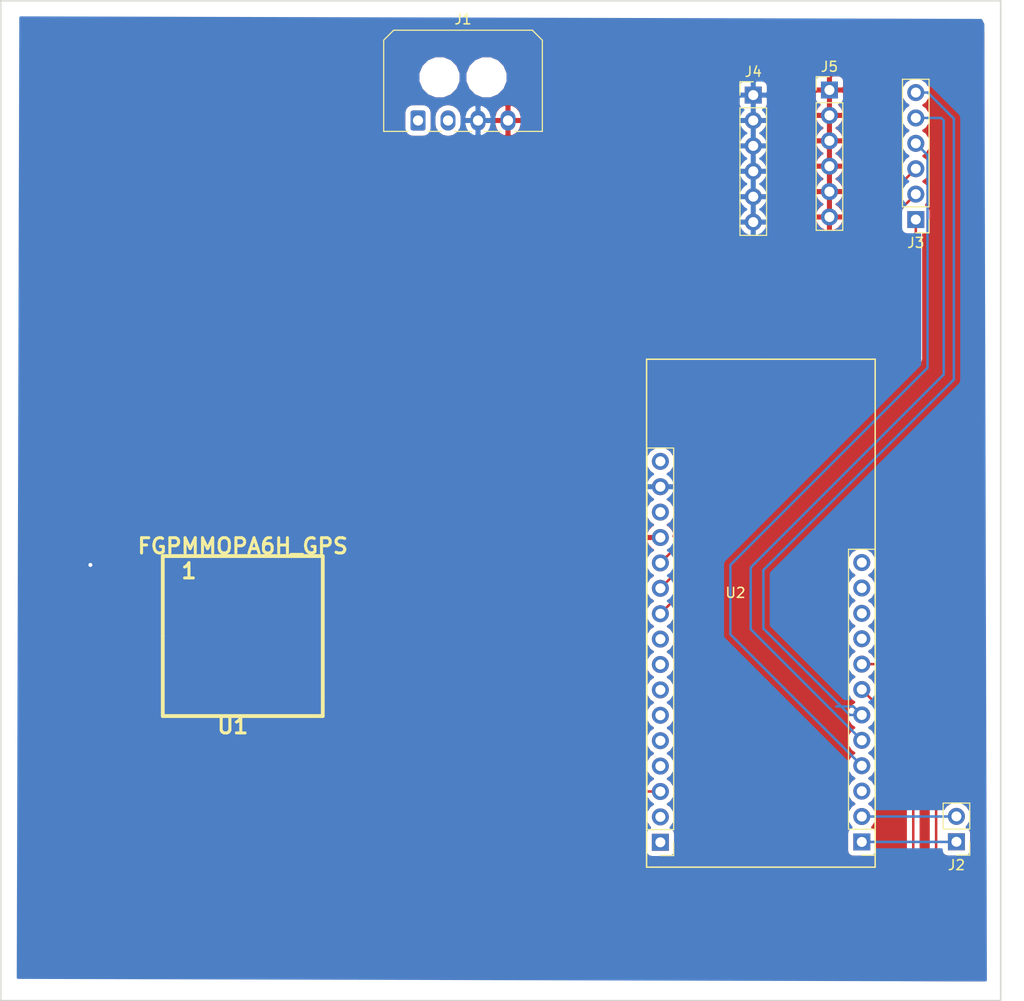
<source format=kicad_pcb>
(kicad_pcb (version 20171130) (host pcbnew "(5.0.1)-3")

  (general
    (thickness 1.6)
    (drawings 4)
    (tracks 57)
    (zones 0)
    (modules 7)
    (nets 14)
  )

  (page A4)
  (layers
    (0 F.Cu mixed)
    (31 B.Cu mixed)
    (32 B.Adhes user)
    (33 F.Adhes user)
    (34 B.Paste user)
    (35 F.Paste user)
    (36 B.SilkS user)
    (37 F.SilkS user)
    (38 B.Mask user)
    (39 F.Mask user)
    (40 Dwgs.User user)
    (41 Cmts.User user)
    (42 Eco1.User user)
    (43 Eco2.User user)
    (44 Edge.Cuts user)
    (45 Margin user)
    (46 B.CrtYd user)
    (47 F.CrtYd user)
    (48 B.Fab user)
    (49 F.Fab user)
  )

  (setup
    (last_trace_width 0.25)
    (trace_clearance 0.2)
    (zone_clearance 0.508)
    (zone_45_only no)
    (trace_min 0.2)
    (segment_width 0.2)
    (edge_width 0.15)
    (via_size 0.8)
    (via_drill 0.4)
    (via_min_size 0.4)
    (via_min_drill 0.3)
    (uvia_size 0.3)
    (uvia_drill 0.1)
    (uvias_allowed no)
    (uvia_min_size 0.2)
    (uvia_min_drill 0.1)
    (pcb_text_width 0.3)
    (pcb_text_size 1.5 1.5)
    (mod_edge_width 0.15)
    (mod_text_size 1 1)
    (mod_text_width 0.15)
    (pad_size 1.524 1.524)
    (pad_drill 0.762)
    (pad_to_mask_clearance 0.051)
    (solder_mask_min_width 0.25)
    (aux_axis_origin 0 0)
    (visible_elements 7FFFFFFF)
    (pcbplotparams
      (layerselection 0x010fc_ffffffff)
      (usegerberextensions false)
      (usegerberattributes false)
      (usegerberadvancedattributes false)
      (creategerberjobfile false)
      (excludeedgelayer true)
      (linewidth 0.100000)
      (plotframeref false)
      (viasonmask false)
      (mode 1)
      (useauxorigin false)
      (hpglpennumber 1)
      (hpglpenspeed 20)
      (hpglpendiameter 15.000000)
      (psnegative false)
      (psa4output false)
      (plotreference true)
      (plotvalue true)
      (plotinvisibletext false)
      (padsonsilk false)
      (subtractmaskfromsilk false)
      (outputformat 1)
      (mirror false)
      (drillshape 1)
      (scaleselection 1)
      (outputdirectory ""))
  )

  (net 0 "")
  (net 1 GND)
  (net 2 +3V3)
  (net 3 "Net-(U1-Pad2)")
  (net 4 "Net-(U1-Pad5)")
  (net 5 "Net-(U1-Pad9)")
  (net 6 "Net-(J2-Pad1)")
  (net 7 "Net-(J2-Pad2)")
  (net 8 "Net-(J3-Pad1)")
  (net 9 "Net-(J3-Pad2)")
  (net 10 "Net-(J3-Pad3)")
  (net 11 "Net-(J3-Pad4)")
  (net 12 "Net-(J3-Pad5)")
  (net 13 "Net-(J3-Pad6)")

  (net_class Default "This is the default net class."
    (clearance 0.2)
    (trace_width 0.25)
    (via_dia 0.8)
    (via_drill 0.4)
    (uvia_dia 0.3)
    (uvia_drill 0.1)
    (add_net +3V3)
    (add_net GND)
    (add_net "Net-(J2-Pad1)")
    (add_net "Net-(J2-Pad2)")
    (add_net "Net-(J3-Pad1)")
    (add_net "Net-(J3-Pad2)")
    (add_net "Net-(J3-Pad3)")
    (add_net "Net-(J3-Pad4)")
    (add_net "Net-(J3-Pad5)")
    (add_net "Net-(J3-Pad6)")
    (add_net "Net-(U1-Pad2)")
    (add_net "Net-(U1-Pad5)")
    (add_net "Net-(U1-Pad9)")
  )

  (module Connector_Molex:Molex_Micro-Fit_3.0_43650-0400_1x04_P3.00mm_Horizontal (layer F.Cu) (tedit 5B79A392) (tstamp 5C2AD9C3)
    (at 141.732 61.976)
    (descr "Molex Micro-Fit 3.0 Connector System, 43650-0400 (compatible alternatives: 43650-0401, 43650-0402), 4 Pins per row (https://www.molex.com/pdm_docs/sd/436500300_sd.pdf), generated with kicad-footprint-generator")
    (tags "connector Molex Micro-Fit_3.0 top entry")
    (path /5C28C9D6)
    (fp_text reference J1 (at 4.5 -10.12) (layer F.SilkS)
      (effects (font (size 1 1) (thickness 0.15)))
    )
    (fp_text value Conn_01x04_Female (at 4.5 3.22) (layer F.Fab)
      (effects (font (size 1 1) (thickness 0.15)))
    )
    (fp_line (start -3.325 0.98) (end -3.325 -7.92) (layer F.Fab) (width 0.1))
    (fp_line (start -3.325 -7.92) (end -2.325 -8.92) (layer F.Fab) (width 0.1))
    (fp_line (start -2.325 -8.92) (end 11.325 -8.92) (layer F.Fab) (width 0.1))
    (fp_line (start 11.325 -8.92) (end 12.325 -7.92) (layer F.Fab) (width 0.1))
    (fp_line (start 12.325 -7.92) (end 12.325 0.98) (layer F.Fab) (width 0.1))
    (fp_line (start 12.325 0.98) (end -3.325 0.98) (layer F.Fab) (width 0.1))
    (fp_line (start -0.75 0.98) (end 0 0) (layer F.Fab) (width 0.1))
    (fp_line (start 0 0) (end 0.75 0.98) (layer F.Fab) (width 0.1))
    (fp_line (start -3.435 1.09) (end -3.435 -8.03) (layer F.SilkS) (width 0.12))
    (fp_line (start -3.435 -8.03) (end -2.435 -9.03) (layer F.SilkS) (width 0.12))
    (fp_line (start -2.435 -9.03) (end 11.435 -9.03) (layer F.SilkS) (width 0.12))
    (fp_line (start 11.435 -9.03) (end 12.435 -8.03) (layer F.SilkS) (width 0.12))
    (fp_line (start 12.435 -8.03) (end 12.435 1.09) (layer F.SilkS) (width 0.12))
    (fp_line (start -3.435 1.09) (end -1.01 1.09) (layer F.SilkS) (width 0.12))
    (fp_line (start 12.435 1.09) (end 9.651767 1.09) (layer F.SilkS) (width 0.12))
    (fp_line (start 1.01 1.09) (end 2.348233 1.09) (layer F.SilkS) (width 0.12))
    (fp_line (start 3.651767 1.09) (end 5.348233 1.09) (layer F.SilkS) (width 0.12))
    (fp_line (start 6.651767 1.09) (end 8.348233 1.09) (layer F.SilkS) (width 0.12))
    (fp_line (start -3.82 1.48) (end -3.82 -9.42) (layer F.CrtYd) (width 0.05))
    (fp_line (start -3.82 -9.42) (end 12.82 -9.42) (layer F.CrtYd) (width 0.05))
    (fp_line (start 12.82 -9.42) (end 12.82 1.48) (layer F.CrtYd) (width 0.05))
    (fp_line (start 12.82 1.48) (end -3.82 1.48) (layer F.CrtYd) (width 0.05))
    (fp_text user %R (at 4.5 -8.22) (layer F.Fab)
      (effects (font (size 1 1) (thickness 0.15)))
    )
    (pad "" np_thru_hole circle (at 2.15 -4.32) (size 3 3) (drill 3) (layers *.Cu *.Mask))
    (pad "" np_thru_hole circle (at 6.85 -4.32) (size 3 3) (drill 3) (layers *.Cu *.Mask))
    (pad 1 thru_hole roundrect (at 0 0) (size 1.5 2.02) (drill 1.02) (layers *.Cu *.Mask) (roundrect_rratio 0.166667))
    (pad 2 thru_hole oval (at 3 0) (size 1.5 2.02) (drill 1.02) (layers *.Cu *.Mask))
    (pad 3 thru_hole oval (at 6 0) (size 1.5 2.02) (drill 1.02) (layers *.Cu *.Mask)
      (net 2 +3V3))
    (pad 4 thru_hole oval (at 9 0) (size 1.5 2.02) (drill 1.02) (layers *.Cu *.Mask)
      (net 1 GND))
    (model ${KISYS3DMOD}/Connector_Molex.3dshapes/Molex_Micro-Fit_3.0_43650-0400_1x04_P3.00mm_Horizontal.wrl
      (at (xyz 0 0 0))
      (scale (xyz 1 1 1))
      (rotate (xyz 0 0 0))
    )
  )

  (module Adafruit:FGPMMOPA6H (layer F.Cu) (tedit 50BDFD05) (tstamp 5C2ADC6D)
    (at 124.206 113.538)
    (path /5C28D6BC)
    (fp_text reference U1 (at -1.00076 8.99922) (layer F.SilkS)
      (effects (font (size 1.524 1.524) (thickness 0.3048)))
    )
    (fp_text value FGPMMOPA6H_GPS (at 0 -8.99922) (layer F.SilkS)
      (effects (font (size 1.524 1.524) (thickness 0.3048)))
    )
    (fp_text user 1 (at -5.3848 -6.5024) (layer F.SilkS)
      (effects (font (size 1.524 1.524) (thickness 0.3048)))
    )
    (fp_line (start -8.001 0) (end -8.001 -8.001) (layer F.SilkS) (width 0.381))
    (fp_line (start -8.001 -8.001) (end 8.001 -8.001) (layer F.SilkS) (width 0.381))
    (fp_line (start 8.001 -8.001) (end 8.001 5.99948) (layer F.SilkS) (width 0.381))
    (fp_line (start 8.001 5.99948) (end 8.001 8.001) (layer F.SilkS) (width 0.381))
    (fp_line (start 8.001 8.001) (end -8.001 8.001) (layer F.SilkS) (width 0.381))
    (fp_line (start -8.001 8.001) (end -8.001 0) (layer F.SilkS) (width 0.381))
    (pad 1 smd rect (at -8.001 -6.74878) (size 1.99898 1.00076) (layers F.Cu F.Paste F.Mask)
      (net 2 +3V3))
    (pad 2 smd rect (at -8.001 -5.25018) (size 1.99898 1.00076) (layers F.Cu F.Paste F.Mask)
      (net 3 "Net-(U1-Pad2)"))
    (pad 3 smd rect (at -8.001 -3.74904) (size 1.99898 1.00076) (layers F.Cu F.Paste F.Mask)
      (net 1 GND))
    (pad 4 smd rect (at -8.001 -2.25044) (size 1.99898 1.00076) (layers F.Cu F.Paste F.Mask))
    (pad 5 smd rect (at -8.001 -0.7493) (size 1.99898 1.00076) (layers F.Cu F.Paste F.Mask)
      (net 4 "Net-(U1-Pad5)"))
    (pad 6 smd rect (at -8.001 0.7493) (size 1.99898 1.00076) (layers F.Cu F.Paste F.Mask))
    (pad 7 smd rect (at -8.001 2.25044) (size 1.99898 1.00076) (layers F.Cu F.Paste F.Mask))
    (pad 8 smd rect (at -8.001 3.74904) (size 1.99898 1.00076) (layers F.Cu F.Paste F.Mask)
      (net 1 GND))
    (pad 9 smd rect (at -8.001 5.25018) (size 1.99898 1.00076) (layers F.Cu F.Paste F.Mask)
      (net 5 "Net-(U1-Pad9)"))
    (pad 10 smd rect (at -8.001 6.74878) (size 1.99898 1.00076) (layers F.Cu F.Paste F.Mask))
    (pad 11 smd rect (at 8.001 6.74878) (size 1.99898 1.00076) (layers F.Cu F.Paste F.Mask))
    (pad 12 smd rect (at 8.001 5.25018) (size 1.99898 1.00076) (layers F.Cu F.Paste F.Mask)
      (net 1 GND))
    (pad 13 smd rect (at 8.001 3.74904) (size 1.99898 1.00076) (layers F.Cu F.Paste F.Mask))
    (pad 14 smd rect (at 8.001 2.25044) (size 1.99898 1.00076) (layers F.Cu F.Paste F.Mask))
    (pad 15 smd rect (at 8.001 0.7493) (size 1.99898 1.00076) (layers F.Cu F.Paste F.Mask))
    (pad 16 smd rect (at 8.001 -0.7493) (size 1.99898 1.00076) (layers F.Cu F.Paste F.Mask))
    (pad 17 smd rect (at 8.001 -2.25044) (size 1.99898 1.00076) (layers F.Cu F.Paste F.Mask))
    (pad 18 smd rect (at 8.001 -3.74904) (size 1.99898 1.00076) (layers F.Cu F.Paste F.Mask))
    (pad 19 smd rect (at 8.001 -5.25018) (size 1.99898 1.00076) (layers F.Cu F.Paste F.Mask)
      (net 1 GND))
    (pad 20 smd rect (at 8.001 -6.74878) (size 1.99898 1.00076) (layers F.Cu F.Paste F.Mask))
  )

  (module Adafruit:AdafruitFeather (layer F.Cu) (tedit 5BDA05D9) (tstamp 5C2AE9F3)
    (at 176.022 111.252)
    (path /5C28C654)
    (fp_text reference U2 (at -2.54 -2.04) (layer F.SilkS)
      (effects (font (size 1 1) (thickness 0.15)))
    )
    (fp_text value Feather32u4RFM95 (at 0 -0.5) (layer F.Fab)
      (effects (font (size 1 1) (thickness 0.15)))
    )
    (fp_text user %R (at -10.052293 3.861901 270) (layer F.Fab)
      (effects (font (size 1 1) (thickness 0.15)))
    )
    (fp_line (start -11.322293 24.181901) (end -11.322293 -16.458099) (layer F.Fab) (width 0.1))
    (fp_line (start -8.782293 -16.458099) (end -8.782293 23.546901) (layer F.Fab) (width 0.1))
    (fp_line (start -8.252293 -16.988099) (end -11.852293 -16.988099) (layer F.CrtYd) (width 0.05))
    (fp_line (start -11.852293 24.711901) (end -8.252293 24.711901) (layer F.CrtYd) (width 0.05))
    (fp_line (start -8.252293 24.711901) (end -8.252293 -16.988099) (layer F.CrtYd) (width 0.05))
    (fp_line (start -9.417293 24.181901) (end -11.322293 24.181901) (layer F.Fab) (width 0.1))
    (fp_line (start -8.722293 21.641901) (end -11.382293 21.641901) (layer F.SilkS) (width 0.12))
    (fp_line (start -11.382293 21.641901) (end -11.382293 -16.518099) (layer F.SilkS) (width 0.12))
    (fp_line (start -8.782293 23.546901) (end -9.417293 24.181901) (layer F.Fab) (width 0.1))
    (fp_line (start -8.722293 22.911901) (end -8.722293 24.241901) (layer F.SilkS) (width 0.12))
    (fp_line (start -8.722293 21.641901) (end -8.722293 -16.518099) (layer F.SilkS) (width 0.12))
    (fp_line (start -8.722293 -16.518099) (end -11.382293 -16.518099) (layer F.SilkS) (width 0.12))
    (fp_line (start -11.852293 -16.988099) (end -11.852293 24.711901) (layer F.CrtYd) (width 0.05))
    (fp_line (start -8.722293 24.241901) (end -10.052293 24.241901) (layer F.SilkS) (width 0.12))
    (fp_line (start -11.322293 -16.458099) (end -8.782293 -16.458099) (layer F.Fab) (width 0.1))
    (fp_text user %R (at 10.093081 9.0424 270) (layer F.Fab)
      (effects (font (size 1 1) (thickness 0.15)))
    )
    (fp_line (start 11.423081 24.20647) (end 10.093081 24.20647) (layer F.SilkS) (width 0.12))
    (fp_line (start 10.728081 24.14647) (end 8.823081 24.14647) (layer F.Fab) (width 0.1))
    (fp_line (start 8.293081 -6.87353) (end 8.293081 24.67647) (layer F.CrtYd) (width 0.05))
    (fp_line (start 11.363081 -6.33353) (end 11.363081 23.51147) (layer F.Fab) (width 0.1))
    (fp_line (start 8.293081 24.67647) (end 11.893081 24.67647) (layer F.CrtYd) (width 0.05))
    (fp_line (start 11.893081 -6.87353) (end 8.293081 -6.87353) (layer F.CrtYd) (width 0.05))
    (fp_line (start 11.423081 22.87647) (end 11.423081 24.20647) (layer F.SilkS) (width 0.12))
    (fp_line (start 8.763081 21.60647) (end 8.763081 -6.39353) (layer F.SilkS) (width 0.12))
    (fp_line (start 11.363081 23.51147) (end 10.728081 24.14647) (layer F.Fab) (width 0.1))
    (fp_line (start 8.823081 -6.33353) (end 11.363081 -6.33353) (layer F.Fab) (width 0.1))
    (fp_line (start 8.823081 24.14647) (end 8.823081 -6.33353) (layer F.Fab) (width 0.1))
    (fp_line (start 11.893081 24.67647) (end 11.893081 -6.87353) (layer F.CrtYd) (width 0.05))
    (fp_line (start 11.423081 21.60647) (end 8.763081 21.60647) (layer F.SilkS) (width 0.12))
    (fp_line (start 11.423081 21.60647) (end 11.423081 -6.39353) (layer F.SilkS) (width 0.12))
    (fp_line (start 11.423081 -6.39353) (end 8.763081 -6.39353) (layer F.SilkS) (width 0.12))
    (fp_line (start 0 -25.4) (end -11.43 -25.4) (layer F.SilkS) (width 0.15))
    (fp_line (start -11.43 -25.4) (end -11.43 25.4) (layer F.SilkS) (width 0.15))
    (fp_line (start -11.43 25.4) (end 11.43 25.4) (layer F.SilkS) (width 0.15))
    (fp_line (start 11.43 25.4) (end 11.43 -25.4) (layer F.SilkS) (width 0.15))
    (fp_line (start 11.43 -25.4) (end 0 -25.4) (layer F.SilkS) (width 0.15))
    (pad 5 thru_hole oval (at -10.052293 12.751901 180) (size 1.7 1.7) (drill 1) (layers *.Cu *.Mask))
    (pad 10 thru_hole oval (at -10.052293 0.051901 180) (size 1.7 1.7) (drill 1) (layers *.Cu *.Mask)
      (net 8 "Net-(J3-Pad1)"))
    (pad 15 thru_hole oval (at -10.052293 -12.648099 180) (size 1.7 1.7) (drill 1) (layers *.Cu *.Mask)
      (net 2 +3V3))
    (pad 3 thru_hole oval (at -10.052293 17.831901 180) (size 1.7 1.7) (drill 1) (layers *.Cu *.Mask)
      (net 5 "Net-(U1-Pad9)"))
    (pad 13 thru_hole oval (at -10.052293 -7.568099 180) (size 1.7 1.7) (drill 1) (layers *.Cu *.Mask)
      (net 1 GND))
    (pad 12 thru_hole oval (at -10.052293 -5.028099 180) (size 1.7 1.7) (drill 1) (layers *.Cu *.Mask)
      (net 10 "Net-(J3-Pad3)"))
    (pad 16 thru_hole oval (at -10.052293 -15.188099 180) (size 1.7 1.7) (drill 1) (layers *.Cu *.Mask))
    (pad 7 thru_hole oval (at -10.052293 7.671901 180) (size 1.7 1.7) (drill 1) (layers *.Cu *.Mask))
    (pad 11 thru_hole oval (at -10.052293 -2.488099) (size 1.7 1.7) (drill 1) (layers *.Cu *.Mask)
      (net 9 "Net-(J3-Pad2)"))
    (pad 14 thru_hole oval (at -10.052293 -10.108099 180) (size 1.7 1.7) (drill 1) (layers *.Cu *.Mask))
    (pad 9 thru_hole oval (at -10.052293 2.591901 180) (size 1.7 1.7) (drill 1) (layers *.Cu *.Mask))
    (pad 8 thru_hole oval (at -10.052293 5.131901 180) (size 1.7 1.7) (drill 1) (layers *.Cu *.Mask))
    (pad 1 thru_hole rect (at -10.052293 22.911901 180) (size 1.7 1.7) (drill 1) (layers *.Cu *.Mask))
    (pad 4 thru_hole oval (at -10.052293 15.291901 180) (size 1.7 1.7) (drill 1) (layers *.Cu *.Mask))
    (pad 6 thru_hole oval (at -10.052293 10.211901 180) (size 1.7 1.7) (drill 1) (layers *.Cu *.Mask))
    (pad 2 thru_hole oval (at -10.052293 20.371901 180) (size 1.7 1.7) (drill 1) (layers *.Cu *.Mask))
    (pad 17 thru_hole oval (at 10.093081 -5.06353 180) (size 1.7 1.7) (drill 1) (layers *.Cu *.Mask))
    (pad 20 thru_hole oval (at 10.093081 2.55647 180) (size 1.7 1.7) (drill 1) (layers *.Cu *.Mask))
    (pad 19 thru_hole oval (at 10.093081 0.01647 180) (size 1.7 1.7) (drill 1) (layers *.Cu *.Mask))
    (pad 18 thru_hole oval (at 10.093081 -2.52353 180) (size 1.7 1.7) (drill 1) (layers *.Cu *.Mask))
    (pad 23 thru_hole oval (at 10.093081 10.17647 180) (size 1.7 1.7) (drill 1) (layers *.Cu *.Mask)
      (net 13 "Net-(J3-Pad6)"))
    (pad 22 thru_hole oval (at 10.093081 7.63647 180) (size 1.7 1.7) (drill 1) (layers *.Cu *.Mask)
      (net 4 "Net-(U1-Pad5)"))
    (pad 25 thru_hole oval (at 10.093081 15.25647 180) (size 1.7 1.7) (drill 1) (layers *.Cu *.Mask)
      (net 11 "Net-(J3-Pad4)"))
    (pad 21 thru_hole oval (at 10.093081 5.09647 180) (size 1.7 1.7) (drill 1) (layers *.Cu *.Mask)
      (net 3 "Net-(U1-Pad2)"))
    (pad 26 thru_hole oval (at 10.093081 17.79647 180) (size 1.7 1.7) (drill 1) (layers *.Cu *.Mask))
    (pad 24 thru_hole oval (at 10.093081 12.71647 180) (size 1.7 1.7) (drill 1) (layers *.Cu *.Mask)
      (net 12 "Net-(J3-Pad5)"))
    (pad 27 thru_hole oval (at 10.093081 20.33647 180) (size 1.7 1.7) (drill 1) (layers *.Cu *.Mask)
      (net 7 "Net-(J2-Pad2)"))
    (pad 28 thru_hole rect (at 10.093081 22.87647 180) (size 1.7 1.7) (drill 1) (layers *.Cu *.Mask)
      (net 6 "Net-(J2-Pad1)"))
  )

  (module Connector_PinHeader_2.54mm:PinHeader_1x02_P2.54mm_Vertical (layer F.Cu) (tedit 59FED5CC) (tstamp 5C2C5803)
    (at 195.58 134.112 180)
    (descr "Through hole straight pin header, 1x02, 2.54mm pitch, single row")
    (tags "Through hole pin header THT 1x02 2.54mm single row")
    (path /5C299331)
    (fp_text reference J2 (at 0 -2.33 180) (layer F.SilkS)
      (effects (font (size 1 1) (thickness 0.15)))
    )
    (fp_text value Conn_01x02_Male (at 0 4.87 180) (layer F.Fab)
      (effects (font (size 1 1) (thickness 0.15)))
    )
    (fp_line (start -0.635 -1.27) (end 1.27 -1.27) (layer F.Fab) (width 0.1))
    (fp_line (start 1.27 -1.27) (end 1.27 3.81) (layer F.Fab) (width 0.1))
    (fp_line (start 1.27 3.81) (end -1.27 3.81) (layer F.Fab) (width 0.1))
    (fp_line (start -1.27 3.81) (end -1.27 -0.635) (layer F.Fab) (width 0.1))
    (fp_line (start -1.27 -0.635) (end -0.635 -1.27) (layer F.Fab) (width 0.1))
    (fp_line (start -1.33 3.87) (end 1.33 3.87) (layer F.SilkS) (width 0.12))
    (fp_line (start -1.33 1.27) (end -1.33 3.87) (layer F.SilkS) (width 0.12))
    (fp_line (start 1.33 1.27) (end 1.33 3.87) (layer F.SilkS) (width 0.12))
    (fp_line (start -1.33 1.27) (end 1.33 1.27) (layer F.SilkS) (width 0.12))
    (fp_line (start -1.33 0) (end -1.33 -1.33) (layer F.SilkS) (width 0.12))
    (fp_line (start -1.33 -1.33) (end 0 -1.33) (layer F.SilkS) (width 0.12))
    (fp_line (start -1.8 -1.8) (end -1.8 4.35) (layer F.CrtYd) (width 0.05))
    (fp_line (start -1.8 4.35) (end 1.8 4.35) (layer F.CrtYd) (width 0.05))
    (fp_line (start 1.8 4.35) (end 1.8 -1.8) (layer F.CrtYd) (width 0.05))
    (fp_line (start 1.8 -1.8) (end -1.8 -1.8) (layer F.CrtYd) (width 0.05))
    (fp_text user %R (at 0 1.27 270) (layer F.Fab)
      (effects (font (size 1 1) (thickness 0.15)))
    )
    (pad 1 thru_hole rect (at 0 0 180) (size 1.7 1.7) (drill 1) (layers *.Cu *.Mask)
      (net 6 "Net-(J2-Pad1)"))
    (pad 2 thru_hole oval (at 0 2.54 180) (size 1.7 1.7) (drill 1) (layers *.Cu *.Mask)
      (net 7 "Net-(J2-Pad2)"))
    (model ${KISYS3DMOD}/Connector_PinHeader_2.54mm.3dshapes/PinHeader_1x02_P2.54mm_Vertical.wrl
      (at (xyz 0 0 0))
      (scale (xyz 1 1 1))
      (rotate (xyz 0 0 0))
    )
  )

  (module Connector_PinHeader_2.54mm:PinHeader_1x06_P2.54mm_Vertical (layer F.Cu) (tedit 59FED5CC) (tstamp 5C2C581D)
    (at 191.516 71.882 180)
    (descr "Through hole straight pin header, 1x06, 2.54mm pitch, single row")
    (tags "Through hole pin header THT 1x06 2.54mm single row")
    (path /5C296A2F)
    (fp_text reference J3 (at 0 -2.33 180) (layer F.SilkS)
      (effects (font (size 1 1) (thickness 0.15)))
    )
    (fp_text value Conn_01x06_Male (at 0 15.03 180) (layer F.Fab)
      (effects (font (size 1 1) (thickness 0.15)))
    )
    (fp_line (start -0.635 -1.27) (end 1.27 -1.27) (layer F.Fab) (width 0.1))
    (fp_line (start 1.27 -1.27) (end 1.27 13.97) (layer F.Fab) (width 0.1))
    (fp_line (start 1.27 13.97) (end -1.27 13.97) (layer F.Fab) (width 0.1))
    (fp_line (start -1.27 13.97) (end -1.27 -0.635) (layer F.Fab) (width 0.1))
    (fp_line (start -1.27 -0.635) (end -0.635 -1.27) (layer F.Fab) (width 0.1))
    (fp_line (start -1.33 14.03) (end 1.33 14.03) (layer F.SilkS) (width 0.12))
    (fp_line (start -1.33 1.27) (end -1.33 14.03) (layer F.SilkS) (width 0.12))
    (fp_line (start 1.33 1.27) (end 1.33 14.03) (layer F.SilkS) (width 0.12))
    (fp_line (start -1.33 1.27) (end 1.33 1.27) (layer F.SilkS) (width 0.12))
    (fp_line (start -1.33 0) (end -1.33 -1.33) (layer F.SilkS) (width 0.12))
    (fp_line (start -1.33 -1.33) (end 0 -1.33) (layer F.SilkS) (width 0.12))
    (fp_line (start -1.8 -1.8) (end -1.8 14.5) (layer F.CrtYd) (width 0.05))
    (fp_line (start -1.8 14.5) (end 1.8 14.5) (layer F.CrtYd) (width 0.05))
    (fp_line (start 1.8 14.5) (end 1.8 -1.8) (layer F.CrtYd) (width 0.05))
    (fp_line (start 1.8 -1.8) (end -1.8 -1.8) (layer F.CrtYd) (width 0.05))
    (fp_text user %R (at 0 6.35 90) (layer F.Fab)
      (effects (font (size 1 1) (thickness 0.15)))
    )
    (pad 1 thru_hole rect (at 0 0 180) (size 1.7 1.7) (drill 1) (layers *.Cu *.Mask)
      (net 8 "Net-(J3-Pad1)"))
    (pad 2 thru_hole oval (at 0 2.54 180) (size 1.7 1.7) (drill 1) (layers *.Cu *.Mask)
      (net 9 "Net-(J3-Pad2)"))
    (pad 3 thru_hole oval (at 0 5.08 180) (size 1.7 1.7) (drill 1) (layers *.Cu *.Mask)
      (net 10 "Net-(J3-Pad3)"))
    (pad 4 thru_hole oval (at 0 7.62 180) (size 1.7 1.7) (drill 1) (layers *.Cu *.Mask)
      (net 11 "Net-(J3-Pad4)"))
    (pad 5 thru_hole oval (at 0 10.16 180) (size 1.7 1.7) (drill 1) (layers *.Cu *.Mask)
      (net 12 "Net-(J3-Pad5)"))
    (pad 6 thru_hole oval (at 0 12.7 180) (size 1.7 1.7) (drill 1) (layers *.Cu *.Mask)
      (net 13 "Net-(J3-Pad6)"))
    (model ${KISYS3DMOD}/Connector_PinHeader_2.54mm.3dshapes/PinHeader_1x06_P2.54mm_Vertical.wrl
      (at (xyz 0 0 0))
      (scale (xyz 1 1 1))
      (rotate (xyz 0 0 0))
    )
  )

  (module Connector_PinHeader_2.54mm:PinHeader_1x06_P2.54mm_Vertical (layer F.Cu) (tedit 59FED5CC) (tstamp 5C2C59B2)
    (at 175.26 59.436)
    (descr "Through hole straight pin header, 1x06, 2.54mm pitch, single row")
    (tags "Through hole pin header THT 1x06 2.54mm single row")
    (path /5C29A8F7)
    (fp_text reference J4 (at 0 -2.33) (layer F.SilkS)
      (effects (font (size 1 1) (thickness 0.15)))
    )
    (fp_text value Conn_01x06_Male (at 0 15.03) (layer F.Fab)
      (effects (font (size 1 1) (thickness 0.15)))
    )
    (fp_line (start -0.635 -1.27) (end 1.27 -1.27) (layer F.Fab) (width 0.1))
    (fp_line (start 1.27 -1.27) (end 1.27 13.97) (layer F.Fab) (width 0.1))
    (fp_line (start 1.27 13.97) (end -1.27 13.97) (layer F.Fab) (width 0.1))
    (fp_line (start -1.27 13.97) (end -1.27 -0.635) (layer F.Fab) (width 0.1))
    (fp_line (start -1.27 -0.635) (end -0.635 -1.27) (layer F.Fab) (width 0.1))
    (fp_line (start -1.33 14.03) (end 1.33 14.03) (layer F.SilkS) (width 0.12))
    (fp_line (start -1.33 1.27) (end -1.33 14.03) (layer F.SilkS) (width 0.12))
    (fp_line (start 1.33 1.27) (end 1.33 14.03) (layer F.SilkS) (width 0.12))
    (fp_line (start -1.33 1.27) (end 1.33 1.27) (layer F.SilkS) (width 0.12))
    (fp_line (start -1.33 0) (end -1.33 -1.33) (layer F.SilkS) (width 0.12))
    (fp_line (start -1.33 -1.33) (end 0 -1.33) (layer F.SilkS) (width 0.12))
    (fp_line (start -1.8 -1.8) (end -1.8 14.5) (layer F.CrtYd) (width 0.05))
    (fp_line (start -1.8 14.5) (end 1.8 14.5) (layer F.CrtYd) (width 0.05))
    (fp_line (start 1.8 14.5) (end 1.8 -1.8) (layer F.CrtYd) (width 0.05))
    (fp_line (start 1.8 -1.8) (end -1.8 -1.8) (layer F.CrtYd) (width 0.05))
    (fp_text user %R (at 0 6.35 90) (layer F.Fab)
      (effects (font (size 1 1) (thickness 0.15)))
    )
    (pad 1 thru_hole rect (at 0 0) (size 1.7 1.7) (drill 1) (layers *.Cu *.Mask)
      (net 2 +3V3))
    (pad 2 thru_hole oval (at 0 2.54) (size 1.7 1.7) (drill 1) (layers *.Cu *.Mask)
      (net 2 +3V3))
    (pad 3 thru_hole oval (at 0 5.08) (size 1.7 1.7) (drill 1) (layers *.Cu *.Mask)
      (net 2 +3V3))
    (pad 4 thru_hole oval (at 0 7.62) (size 1.7 1.7) (drill 1) (layers *.Cu *.Mask)
      (net 2 +3V3))
    (pad 5 thru_hole oval (at 0 10.16) (size 1.7 1.7) (drill 1) (layers *.Cu *.Mask)
      (net 2 +3V3))
    (pad 6 thru_hole oval (at 0 12.7) (size 1.7 1.7) (drill 1) (layers *.Cu *.Mask)
      (net 2 +3V3))
    (model ${KISYS3DMOD}/Connector_PinHeader_2.54mm.3dshapes/PinHeader_1x06_P2.54mm_Vertical.wrl
      (at (xyz 0 0 0))
      (scale (xyz 1 1 1))
      (rotate (xyz 0 0 0))
    )
  )

  (module Connector_PinHeader_2.54mm:PinHeader_1x06_P2.54mm_Vertical (layer F.Cu) (tedit 59FED5CC) (tstamp 5C2C59CC)
    (at 182.88 58.928)
    (descr "Through hole straight pin header, 1x06, 2.54mm pitch, single row")
    (tags "Through hole pin header THT 1x06 2.54mm single row")
    (path /5C29B2F1)
    (fp_text reference J5 (at 0 -2.33) (layer F.SilkS)
      (effects (font (size 1 1) (thickness 0.15)))
    )
    (fp_text value Conn_01x06_Male (at 0 15.03) (layer F.Fab)
      (effects (font (size 1 1) (thickness 0.15)))
    )
    (fp_text user %R (at 0 6.35 90) (layer F.Fab)
      (effects (font (size 1 1) (thickness 0.15)))
    )
    (fp_line (start 1.8 -1.8) (end -1.8 -1.8) (layer F.CrtYd) (width 0.05))
    (fp_line (start 1.8 14.5) (end 1.8 -1.8) (layer F.CrtYd) (width 0.05))
    (fp_line (start -1.8 14.5) (end 1.8 14.5) (layer F.CrtYd) (width 0.05))
    (fp_line (start -1.8 -1.8) (end -1.8 14.5) (layer F.CrtYd) (width 0.05))
    (fp_line (start -1.33 -1.33) (end 0 -1.33) (layer F.SilkS) (width 0.12))
    (fp_line (start -1.33 0) (end -1.33 -1.33) (layer F.SilkS) (width 0.12))
    (fp_line (start -1.33 1.27) (end 1.33 1.27) (layer F.SilkS) (width 0.12))
    (fp_line (start 1.33 1.27) (end 1.33 14.03) (layer F.SilkS) (width 0.12))
    (fp_line (start -1.33 1.27) (end -1.33 14.03) (layer F.SilkS) (width 0.12))
    (fp_line (start -1.33 14.03) (end 1.33 14.03) (layer F.SilkS) (width 0.12))
    (fp_line (start -1.27 -0.635) (end -0.635 -1.27) (layer F.Fab) (width 0.1))
    (fp_line (start -1.27 13.97) (end -1.27 -0.635) (layer F.Fab) (width 0.1))
    (fp_line (start 1.27 13.97) (end -1.27 13.97) (layer F.Fab) (width 0.1))
    (fp_line (start 1.27 -1.27) (end 1.27 13.97) (layer F.Fab) (width 0.1))
    (fp_line (start -0.635 -1.27) (end 1.27 -1.27) (layer F.Fab) (width 0.1))
    (pad 6 thru_hole oval (at 0 12.7) (size 1.7 1.7) (drill 1) (layers *.Cu *.Mask)
      (net 1 GND))
    (pad 5 thru_hole oval (at 0 10.16) (size 1.7 1.7) (drill 1) (layers *.Cu *.Mask)
      (net 1 GND))
    (pad 4 thru_hole oval (at 0 7.62) (size 1.7 1.7) (drill 1) (layers *.Cu *.Mask)
      (net 1 GND))
    (pad 3 thru_hole oval (at 0 5.08) (size 1.7 1.7) (drill 1) (layers *.Cu *.Mask)
      (net 1 GND))
    (pad 2 thru_hole oval (at 0 2.54) (size 1.7 1.7) (drill 1) (layers *.Cu *.Mask)
      (net 1 GND))
    (pad 1 thru_hole rect (at 0 0) (size 1.7 1.7) (drill 1) (layers *.Cu *.Mask)
      (net 1 GND))
    (model ${KISYS3DMOD}/Connector_PinHeader_2.54mm.3dshapes/PinHeader_1x06_P2.54mm_Vertical.wrl
      (at (xyz 0 0 0))
      (scale (xyz 1 1 1))
      (rotate (xyz 0 0 0))
    )
  )

  (gr_line (start 200 50) (end 100 50) (layer Edge.Cuts) (width 0.15))
  (gr_line (start 200 150) (end 200 50) (layer Edge.Cuts) (width 0.15))
  (gr_line (start 100 50) (end 100 150) (layer Edge.Cuts) (width 0.15))
  (gr_line (start 100 150) (end 200 150) (layer Edge.Cuts) (width 0.15))

  (via (at 108.966 106.426) (size 0.8) (drill 0.4) (layers F.Cu B.Cu) (net 2))
  (segment (start 116.205 106.78922) (end 109.32922 106.78922) (width 0.25) (layer F.Cu) (net 2))
  (segment (start 109.32922 106.78922) (end 108.966 106.426) (width 0.25) (layer F.Cu) (net 2))
  (segment (start 193.53153 116.34847) (end 186.115081 116.34847) (width 0.25) (layer F.Cu) (net 3))
  (segment (start 193.548 116.332) (end 193.53153 116.34847) (width 0.25) (layer F.Cu) (net 3))
  (segment (start 114.95551 108.28782) (end 114.53133 108.712) (width 0.25) (layer F.Cu) (net 3))
  (segment (start 114.53133 108.712) (end 105.41 108.712) (width 0.25) (layer F.Cu) (net 3))
  (segment (start 105.41 108.712) (end 105.41 142.24) (width 0.25) (layer F.Cu) (net 3))
  (segment (start 116.205 108.28782) (end 114.95551 108.28782) (width 0.25) (layer F.Cu) (net 3))
  (segment (start 105.41 142.24) (end 193.548 142.24) (width 0.25) (layer F.Cu) (net 3))
  (segment (start 193.548 142.24) (end 193.548 116.332) (width 0.25) (layer F.Cu) (net 3))
  (segment (start 114.95551 112.7887) (end 114.94281 112.776) (width 0.25) (layer F.Cu) (net 4))
  (segment (start 116.205 112.7887) (end 114.95551 112.7887) (width 0.25) (layer F.Cu) (net 4))
  (segment (start 114.94281 112.776) (end 107.188 112.776) (width 0.25) (layer F.Cu) (net 4))
  (segment (start 107.188 112.776) (end 107.188 138.684) (width 0.25) (layer F.Cu) (net 4))
  (segment (start 107.188 138.684) (end 107.696 138.176) (width 0.25) (layer F.Cu) (net 4))
  (segment (start 107.696 138.176) (end 191.262 138.176) (width 0.25) (layer F.Cu) (net 4))
  (segment (start 191.262 124.035389) (end 186.115081 118.88847) (width 0.25) (layer F.Cu) (net 4))
  (segment (start 191.262 138.176) (end 191.262 124.035389) (width 0.25) (layer F.Cu) (net 4))
  (segment (start 114.95551 118.78818) (end 114.61769 119.126) (width 0.25) (layer F.Cu) (net 5))
  (segment (start 116.205 118.78818) (end 114.95551 118.78818) (width 0.25) (layer F.Cu) (net 5))
  (segment (start 114.61769 119.126) (end 109.22 119.126) (width 0.25) (layer F.Cu) (net 5))
  (segment (start 109.22 119.126) (end 109.22 128.524) (width 0.25) (layer F.Cu) (net 5))
  (segment (start 109.779901 129.083901) (end 165.969707 129.083901) (width 0.25) (layer F.Cu) (net 5))
  (segment (start 109.22 128.524) (end 109.779901 129.083901) (width 0.25) (layer F.Cu) (net 5))
  (segment (start 195.56353 134.12847) (end 195.58 134.112) (width 0.25) (layer B.Cu) (net 6))
  (segment (start 186.115081 134.12847) (end 195.56353 134.12847) (width 0.25) (layer B.Cu) (net 6))
  (segment (start 195.56353 131.58847) (end 195.58 131.572) (width 0.25) (layer B.Cu) (net 7))
  (segment (start 186.115081 131.58847) (end 195.56353 131.58847) (width 0.25) (layer B.Cu) (net 7))
  (segment (start 191.516 85.757608) (end 191.516 71.882) (width 0.25) (layer F.Cu) (net 8))
  (segment (start 165.969707 111.303901) (end 191.516 85.757608) (width 0.25) (layer F.Cu) (net 8))
  (segment (start 165.969707 108.763901) (end 184.15 90.583608) (width 0.25) (layer F.Cu) (net 9))
  (segment (start 184.15 76.708) (end 191.516 69.342) (width 0.25) (layer F.Cu) (net 9))
  (segment (start 184.15 90.583608) (end 184.15 76.708) (width 0.25) (layer F.Cu) (net 9))
  (segment (start 165.969707 106.223901) (end 182.118 90.075608) (width 0.25) (layer F.Cu) (net 10))
  (segment (start 182.118 76.2) (end 191.516 66.802) (width 0.25) (layer F.Cu) (net 10))
  (segment (start 182.118 90.075608) (end 182.118 76.2) (width 0.25) (layer F.Cu) (net 10))
  (segment (start 192.691001 65.437001) (end 192.691001 86.708999) (width 0.25) (layer B.Cu) (net 11))
  (segment (start 191.516 64.262) (end 192.691001 65.437001) (width 0.25) (layer B.Cu) (net 11))
  (segment (start 192.691001 86.708999) (end 172.974 106.426) (width 0.25) (layer B.Cu) (net 11))
  (segment (start 172.974 113.367389) (end 186.115081 126.50847) (width 0.25) (layer B.Cu) (net 11))
  (segment (start 172.974 106.426) (end 172.974 113.367389) (width 0.25) (layer B.Cu) (net 11))
  (segment (start 186.115081 123.96847) (end 175.006 112.859389) (width 0.25) (layer B.Cu) (net 12))
  (segment (start 175.006 112.859389) (end 175.006 106.68) (width 0.25) (layer B.Cu) (net 12))
  (segment (start 175.006 106.68) (end 194.31 87.376) (width 0.25) (layer B.Cu) (net 12))
  (segment (start 194.31 87.376) (end 194.31 61.976) (width 0.25) (layer B.Cu) (net 12))
  (segment (start 194.056 61.722) (end 191.516 61.722) (width 0.25) (layer B.Cu) (net 12))
  (segment (start 194.31 61.976) (end 194.056 61.722) (width 0.25) (layer B.Cu) (net 12))
  (segment (start 185.265082 120.578471) (end 183.570471 120.578471) (width 0.25) (layer B.Cu) (net 13))
  (segment (start 186.115081 121.42847) (end 185.265082 120.578471) (width 0.25) (layer B.Cu) (net 13))
  (segment (start 184.913 121.42847) (end 176.276 112.79147) (width 0.25) (layer B.Cu) (net 13))
  (segment (start 186.115081 121.42847) (end 184.913 121.42847) (width 0.25) (layer B.Cu) (net 13))
  (segment (start 176.276 112.79147) (end 176.276 106.934) (width 0.25) (layer B.Cu) (net 13))
  (segment (start 176.276 106.934) (end 195.326 87.884) (width 0.25) (layer B.Cu) (net 13))
  (segment (start 192.718081 59.182) (end 191.516 59.182) (width 0.25) (layer B.Cu) (net 13))
  (segment (start 195.326 61.789919) (end 192.718081 59.182) (width 0.25) (layer B.Cu) (net 13))
  (segment (start 195.326 87.884) (end 195.326 61.789919) (width 0.25) (layer B.Cu) (net 13))

  (zone (net 1) (net_name GND) (layer F.Cu) (tstamp 0) (hatch edge 0.508)
    (connect_pads (clearance 0.508))
    (min_thickness 0.254)
    (fill yes (arc_segments 16) (thermal_gap 0.508) (thermal_bridge_width 0.508))
    (polygon
      (pts
        (xy 102.362 52.578) (xy 102.616 147.574) (xy 198.374 148.082) (xy 198.374 53.086) (xy 197.866 53.086)
      )
    )
    (filled_polygon
      (pts
        (xy 197.865324 53.212998) (xy 197.866 53.213) (xy 198.247 53.213) (xy 198.247 147.954325) (xy 102.742663 147.44767)
        (xy 102.639092 108.712) (xy 104.635111 108.712) (xy 104.65 108.786852) (xy 104.650001 142.165143) (xy 104.635111 142.24)
        (xy 104.694096 142.536537) (xy 104.862071 142.787929) (xy 105.113463 142.955904) (xy 105.335148 143) (xy 105.41 143.014889)
        (xy 105.484852 143) (xy 193.473148 143) (xy 193.548 143.014889) (xy 193.622852 143) (xy 193.844537 142.955904)
        (xy 194.095929 142.787929) (xy 194.263904 142.536537) (xy 194.322889 142.24) (xy 194.308 142.165148) (xy 194.308 135.443736)
        (xy 194.482235 135.560157) (xy 194.73 135.60944) (xy 196.43 135.60944) (xy 196.677765 135.560157) (xy 196.887809 135.419809)
        (xy 197.028157 135.209765) (xy 197.07744 134.962) (xy 197.07744 133.262) (xy 197.028157 133.014235) (xy 196.887809 132.804191)
        (xy 196.677765 132.663843) (xy 196.632381 132.654816) (xy 196.650625 132.642625) (xy 196.978839 132.151418) (xy 197.094092 131.572)
        (xy 196.978839 130.992582) (xy 196.650625 130.501375) (xy 196.159418 130.173161) (xy 195.726256 130.087) (xy 195.433744 130.087)
        (xy 195.000582 130.173161) (xy 194.509375 130.501375) (xy 194.308 130.802754) (xy 194.308 116.406848) (xy 194.322888 116.332001)
        (xy 194.308 116.257154) (xy 194.308 116.257148) (xy 194.263904 116.035463) (xy 194.095929 115.784071) (xy 193.844537 115.616096)
        (xy 193.548 115.557111) (xy 193.390349 115.58847) (xy 187.393259 115.58847) (xy 187.185706 115.277845) (xy 186.88732 115.07847)
        (xy 187.185706 114.879095) (xy 187.51392 114.387888) (xy 187.629173 113.80847) (xy 187.51392 113.229052) (xy 187.185706 112.737845)
        (xy 186.88732 112.53847) (xy 187.185706 112.339095) (xy 187.51392 111.847888) (xy 187.629173 111.26847) (xy 187.51392 110.689052)
        (xy 187.185706 110.197845) (xy 186.88732 109.99847) (xy 187.185706 109.799095) (xy 187.51392 109.307888) (xy 187.629173 108.72847)
        (xy 187.51392 108.149052) (xy 187.185706 107.657845) (xy 186.88732 107.45847) (xy 187.185706 107.259095) (xy 187.51392 106.767888)
        (xy 187.629173 106.18847) (xy 187.51392 105.609052) (xy 187.185706 105.117845) (xy 186.694499 104.789631) (xy 186.261337 104.70347)
        (xy 185.968825 104.70347) (xy 185.535663 104.789631) (xy 185.044456 105.117845) (xy 184.716242 105.609052) (xy 184.600989 106.18847)
        (xy 184.716242 106.767888) (xy 185.044456 107.259095) (xy 185.342842 107.45847) (xy 185.044456 107.657845) (xy 184.716242 108.149052)
        (xy 184.600989 108.72847) (xy 184.716242 109.307888) (xy 185.044456 109.799095) (xy 185.342842 109.99847) (xy 185.044456 110.197845)
        (xy 184.716242 110.689052) (xy 184.600989 111.26847) (xy 184.716242 111.847888) (xy 185.044456 112.339095) (xy 185.342842 112.53847)
        (xy 185.044456 112.737845) (xy 184.716242 113.229052) (xy 184.600989 113.80847) (xy 184.716242 114.387888) (xy 185.044456 114.879095)
        (xy 185.342842 115.07847) (xy 185.044456 115.277845) (xy 184.716242 115.769052) (xy 184.600989 116.34847) (xy 184.716242 116.927888)
        (xy 185.044456 117.419095) (xy 185.342842 117.61847) (xy 185.044456 117.817845) (xy 184.716242 118.309052) (xy 184.600989 118.88847)
        (xy 184.716242 119.467888) (xy 185.044456 119.959095) (xy 185.342842 120.15847) (xy 185.044456 120.357845) (xy 184.716242 120.849052)
        (xy 184.600989 121.42847) (xy 184.716242 122.007888) (xy 185.044456 122.499095) (xy 185.342842 122.69847) (xy 185.044456 122.897845)
        (xy 184.716242 123.389052) (xy 184.600989 123.96847) (xy 184.716242 124.547888) (xy 185.044456 125.039095) (xy 185.342842 125.23847)
        (xy 185.044456 125.437845) (xy 184.716242 125.929052) (xy 184.600989 126.50847) (xy 184.716242 127.087888) (xy 185.044456 127.579095)
        (xy 185.342842 127.77847) (xy 185.044456 127.977845) (xy 184.716242 128.469052) (xy 184.600989 129.04847) (xy 184.716242 129.627888)
        (xy 185.044456 130.119095) (xy 185.342842 130.31847) (xy 185.044456 130.517845) (xy 184.716242 131.009052) (xy 184.600989 131.58847)
        (xy 184.716242 132.167888) (xy 185.044456 132.659095) (xy 185.0627 132.671286) (xy 185.017316 132.680313) (xy 184.807272 132.820661)
        (xy 184.666924 133.030705) (xy 184.617641 133.27847) (xy 184.617641 134.97847) (xy 184.666924 135.226235) (xy 184.807272 135.436279)
        (xy 185.017316 135.576627) (xy 185.265081 135.62591) (xy 186.965081 135.62591) (xy 187.212846 135.576627) (xy 187.42289 135.436279)
        (xy 187.563238 135.226235) (xy 187.612521 134.97847) (xy 187.612521 133.27847) (xy 187.563238 133.030705) (xy 187.42289 132.820661)
        (xy 187.212846 132.680313) (xy 187.167462 132.671286) (xy 187.185706 132.659095) (xy 187.51392 132.167888) (xy 187.629173 131.58847)
        (xy 187.51392 131.009052) (xy 187.185706 130.517845) (xy 186.88732 130.31847) (xy 187.185706 130.119095) (xy 187.51392 129.627888)
        (xy 187.629173 129.04847) (xy 187.51392 128.469052) (xy 187.185706 127.977845) (xy 186.88732 127.77847) (xy 187.185706 127.579095)
        (xy 187.51392 127.087888) (xy 187.629173 126.50847) (xy 187.51392 125.929052) (xy 187.185706 125.437845) (xy 186.88732 125.23847)
        (xy 187.185706 125.039095) (xy 187.51392 124.547888) (xy 187.629173 123.96847) (xy 187.51392 123.389052) (xy 187.185706 122.897845)
        (xy 186.88732 122.69847) (xy 187.185706 122.499095) (xy 187.51392 122.007888) (xy 187.621061 121.469251) (xy 190.502001 124.350192)
        (xy 190.502 137.416) (xy 107.948 137.416) (xy 107.948 119.126) (xy 108.445111 119.126) (xy 108.46 119.200852)
        (xy 108.460001 128.449148) (xy 108.445112 128.524) (xy 108.460001 128.598852) (xy 108.504097 128.820537) (xy 108.672072 129.071929)
        (xy 108.735528 129.114329) (xy 109.189572 129.568374) (xy 109.231972 129.63183) (xy 109.483364 129.799805) (xy 109.705049 129.843901)
        (xy 109.705053 129.843901) (xy 109.779901 129.858789) (xy 109.854749 129.843901) (xy 164.691529 129.843901) (xy 164.899082 130.154526)
        (xy 165.197468 130.353901) (xy 164.899082 130.553276) (xy 164.570868 131.044483) (xy 164.455615 131.623901) (xy 164.570868 132.203319)
        (xy 164.899082 132.694526) (xy 164.917326 132.706717) (xy 164.871942 132.715744) (xy 164.661898 132.856092) (xy 164.52155 133.066136)
        (xy 164.472267 133.313901) (xy 164.472267 135.013901) (xy 164.52155 135.261666) (xy 164.661898 135.47171) (xy 164.871942 135.612058)
        (xy 165.119707 135.661341) (xy 166.819707 135.661341) (xy 167.067472 135.612058) (xy 167.277516 135.47171) (xy 167.417864 135.261666)
        (xy 167.467147 135.013901) (xy 167.467147 133.313901) (xy 167.417864 133.066136) (xy 167.277516 132.856092) (xy 167.067472 132.715744)
        (xy 167.022088 132.706717) (xy 167.040332 132.694526) (xy 167.368546 132.203319) (xy 167.483799 131.623901) (xy 167.368546 131.044483)
        (xy 167.040332 130.553276) (xy 166.741946 130.353901) (xy 167.040332 130.154526) (xy 167.368546 129.663319) (xy 167.483799 129.083901)
        (xy 167.368546 128.504483) (xy 167.040332 128.013276) (xy 166.741946 127.813901) (xy 167.040332 127.614526) (xy 167.368546 127.123319)
        (xy 167.483799 126.543901) (xy 167.368546 125.964483) (xy 167.040332 125.473276) (xy 166.741946 125.273901) (xy 167.040332 125.074526)
        (xy 167.368546 124.583319) (xy 167.483799 124.003901) (xy 167.368546 123.424483) (xy 167.040332 122.933276) (xy 166.741946 122.733901)
        (xy 167.040332 122.534526) (xy 167.368546 122.043319) (xy 167.483799 121.463901) (xy 167.368546 120.884483) (xy 167.040332 120.393276)
        (xy 166.741946 120.193901) (xy 167.040332 119.994526) (xy 167.368546 119.503319) (xy 167.483799 118.923901) (xy 167.368546 118.344483)
        (xy 167.040332 117.853276) (xy 166.741946 117.653901) (xy 167.040332 117.454526) (xy 167.368546 116.963319) (xy 167.483799 116.383901)
        (xy 167.368546 115.804483) (xy 167.040332 115.313276) (xy 166.741946 115.113901) (xy 167.040332 114.914526) (xy 167.368546 114.423319)
        (xy 167.483799 113.843901) (xy 167.368546 113.264483) (xy 167.040332 112.773276) (xy 166.741946 112.573901) (xy 167.040332 112.374526)
        (xy 167.368546 111.883319) (xy 167.483799 111.303901) (xy 167.410916 110.937493) (xy 192.000473 86.347937) (xy 192.063929 86.305537)
        (xy 192.231904 86.054145) (xy 192.276 85.83246) (xy 192.276 85.832456) (xy 192.290888 85.757609) (xy 192.276 85.682762)
        (xy 192.276 73.37944) (xy 192.366 73.37944) (xy 192.613765 73.330157) (xy 192.823809 73.189809) (xy 192.964157 72.979765)
        (xy 193.01344 72.732) (xy 193.01344 71.032) (xy 192.964157 70.784235) (xy 192.823809 70.574191) (xy 192.613765 70.433843)
        (xy 192.568381 70.424816) (xy 192.586625 70.412625) (xy 192.914839 69.921418) (xy 193.030092 69.342) (xy 192.914839 68.762582)
        (xy 192.586625 68.271375) (xy 192.288239 68.072) (xy 192.586625 67.872625) (xy 192.914839 67.381418) (xy 193.030092 66.802)
        (xy 192.914839 66.222582) (xy 192.586625 65.731375) (xy 192.288239 65.532) (xy 192.586625 65.332625) (xy 192.914839 64.841418)
        (xy 193.030092 64.262) (xy 192.914839 63.682582) (xy 192.586625 63.191375) (xy 192.288239 62.992) (xy 192.586625 62.792625)
        (xy 192.914839 62.301418) (xy 193.030092 61.722) (xy 192.914839 61.142582) (xy 192.586625 60.651375) (xy 192.288239 60.452)
        (xy 192.586625 60.252625) (xy 192.914839 59.761418) (xy 193.030092 59.182) (xy 192.914839 58.602582) (xy 192.586625 58.111375)
        (xy 192.095418 57.783161) (xy 191.662256 57.697) (xy 191.369744 57.697) (xy 190.936582 57.783161) (xy 190.445375 58.111375)
        (xy 190.117161 58.602582) (xy 190.001908 59.182) (xy 190.117161 59.761418) (xy 190.445375 60.252625) (xy 190.743761 60.452)
        (xy 190.445375 60.651375) (xy 190.117161 61.142582) (xy 190.001908 61.722) (xy 190.117161 62.301418) (xy 190.445375 62.792625)
        (xy 190.743761 62.992) (xy 190.445375 63.191375) (xy 190.117161 63.682582) (xy 190.001908 64.262) (xy 190.117161 64.841418)
        (xy 190.445375 65.332625) (xy 190.743761 65.532) (xy 190.445375 65.731375) (xy 190.117161 66.222582) (xy 190.001908 66.802)
        (xy 190.074791 67.168407) (xy 181.633528 75.609671) (xy 181.570072 75.652071) (xy 181.527672 75.715527) (xy 181.527671 75.715528)
        (xy 181.402097 75.903463) (xy 181.343112 76.2) (xy 181.358001 76.274852) (xy 181.358 89.760806) (xy 167.454707 103.6641)
        (xy 167.454707 103.556899) (xy 167.289863 103.556899) (xy 167.411183 103.327011) (xy 167.241352 102.916977) (xy 166.851065 102.488718)
        (xy 166.721229 102.427744) (xy 167.040332 102.214526) (xy 167.368546 101.723319) (xy 167.483799 101.143901) (xy 167.368546 100.564483)
        (xy 167.040332 100.073276) (xy 166.741946 99.873901) (xy 167.040332 99.674526) (xy 167.368546 99.183319) (xy 167.483799 98.603901)
        (xy 167.368546 98.024483) (xy 167.040332 97.533276) (xy 166.741946 97.333901) (xy 167.040332 97.134526) (xy 167.368546 96.643319)
        (xy 167.483799 96.063901) (xy 167.368546 95.484483) (xy 167.040332 94.993276) (xy 166.549125 94.665062) (xy 166.115963 94.578901)
        (xy 165.823451 94.578901) (xy 165.390289 94.665062) (xy 164.899082 94.993276) (xy 164.570868 95.484483) (xy 164.455615 96.063901)
        (xy 164.570868 96.643319) (xy 164.899082 97.134526) (xy 165.197468 97.333901) (xy 164.899082 97.533276) (xy 164.570868 98.024483)
        (xy 164.455615 98.603901) (xy 164.570868 99.183319) (xy 164.899082 99.674526) (xy 165.197468 99.873901) (xy 164.899082 100.073276)
        (xy 164.570868 100.564483) (xy 164.455615 101.143901) (xy 164.570868 101.723319) (xy 164.899082 102.214526) (xy 165.218185 102.427744)
        (xy 165.088349 102.488718) (xy 164.698062 102.916977) (xy 164.528231 103.327011) (xy 164.649552 103.556901) (xy 165.842707 103.556901)
        (xy 165.842707 103.536901) (xy 166.096707 103.536901) (xy 166.096707 103.556901) (xy 166.116707 103.556901) (xy 166.116707 103.810901)
        (xy 166.096707 103.810901) (xy 166.096707 103.830901) (xy 165.842707 103.830901) (xy 165.842707 103.810901) (xy 164.649552 103.810901)
        (xy 164.528231 104.040791) (xy 164.698062 104.450825) (xy 165.088349 104.879084) (xy 165.218185 104.940058) (xy 164.899082 105.153276)
        (xy 164.570868 105.644483) (xy 164.455615 106.223901) (xy 164.570868 106.803319) (xy 164.899082 107.294526) (xy 165.197468 107.493901)
        (xy 164.899082 107.693276) (xy 164.570868 108.184483) (xy 164.455615 108.763901) (xy 164.570868 109.343319) (xy 164.899082 109.834526)
        (xy 165.197468 110.033901) (xy 164.899082 110.233276) (xy 164.570868 110.724483) (xy 164.455615 111.303901) (xy 164.570868 111.883319)
        (xy 164.899082 112.374526) (xy 165.197468 112.573901) (xy 164.899082 112.773276) (xy 164.570868 113.264483) (xy 164.455615 113.843901)
        (xy 164.570868 114.423319) (xy 164.899082 114.914526) (xy 165.197468 115.113901) (xy 164.899082 115.313276) (xy 164.570868 115.804483)
        (xy 164.455615 116.383901) (xy 164.570868 116.963319) (xy 164.899082 117.454526) (xy 165.197468 117.653901) (xy 164.899082 117.853276)
        (xy 164.570868 118.344483) (xy 164.455615 118.923901) (xy 164.570868 119.503319) (xy 164.899082 119.994526) (xy 165.197468 120.193901)
        (xy 164.899082 120.393276) (xy 164.570868 120.884483) (xy 164.455615 121.463901) (xy 164.570868 122.043319) (xy 164.899082 122.534526)
        (xy 165.197468 122.733901) (xy 164.899082 122.933276) (xy 164.570868 123.424483) (xy 164.455615 124.003901) (xy 164.570868 124.583319)
        (xy 164.899082 125.074526) (xy 165.197468 125.273901) (xy 164.899082 125.473276) (xy 164.570868 125.964483) (xy 164.455615 126.543901)
        (xy 164.570868 127.123319) (xy 164.899082 127.614526) (xy 165.197468 127.813901) (xy 164.899082 128.013276) (xy 164.691529 128.323901)
        (xy 110.094703 128.323901) (xy 109.98 128.209199) (xy 109.98 119.886) (xy 114.542843 119.886) (xy 114.55807 119.889029)
        (xy 114.55807 120.78716) (xy 114.607353 121.034925) (xy 114.747701 121.244969) (xy 114.957745 121.385317) (xy 115.20551 121.4346)
        (xy 117.20449 121.4346) (xy 117.452255 121.385317) (xy 117.662299 121.244969) (xy 117.802647 121.034925) (xy 117.85193 120.78716)
        (xy 117.85193 119.7864) (xy 130.56007 119.7864) (xy 130.56007 120.78716) (xy 130.609353 121.034925) (xy 130.749701 121.244969)
        (xy 130.959745 121.385317) (xy 131.20751 121.4346) (xy 133.20649 121.4346) (xy 133.454255 121.385317) (xy 133.664299 121.244969)
        (xy 133.804647 121.034925) (xy 133.85393 120.78716) (xy 133.85393 119.7864) (xy 133.804647 119.538635) (xy 133.795744 119.525311)
        (xy 133.84149 119.41487) (xy 133.84149 119.07393) (xy 133.68274 118.91518) (xy 132.334 118.91518) (xy 132.334 118.93518)
        (xy 132.08 118.93518) (xy 132.08 118.91518) (xy 130.73126 118.91518) (xy 130.57251 119.07393) (xy 130.57251 119.41487)
        (xy 130.618256 119.525311) (xy 130.609353 119.538635) (xy 130.56007 119.7864) (xy 117.85193 119.7864) (xy 117.802647 119.538635)
        (xy 117.801875 119.53748) (xy 117.802647 119.536325) (xy 117.85193 119.28856) (xy 117.85193 118.2878) (xy 117.802647 118.040035)
        (xy 117.793094 118.025739) (xy 117.83949 117.91373) (xy 117.83949 117.57279) (xy 117.68074 117.41404) (xy 116.332 117.41404)
        (xy 116.332 117.43404) (xy 116.078 117.43404) (xy 116.078 117.41404) (xy 114.72926 117.41404) (xy 114.57051 117.57279)
        (xy 114.57051 117.91373) (xy 114.616906 118.025739) (xy 114.607353 118.040035) (xy 114.592045 118.116996) (xy 114.407581 118.240251)
        (xy 114.365179 118.30371) (xy 114.302889 118.366) (xy 109.294852 118.366) (xy 109.22 118.351111) (xy 109.145148 118.366)
        (xy 108.923463 118.410096) (xy 108.672071 118.578071) (xy 108.504096 118.829463) (xy 108.445111 119.126) (xy 107.948 119.126)
        (xy 107.948 113.536) (xy 114.607185 113.536) (xy 114.607353 113.536845) (xy 114.608125 113.538) (xy 114.607353 113.539155)
        (xy 114.55807 113.78692) (xy 114.55807 114.78768) (xy 114.607353 115.035445) (xy 114.608973 115.03787) (xy 114.607353 115.040295)
        (xy 114.55807 115.28806) (xy 114.55807 116.28882) (xy 114.607353 116.536585) (xy 114.616256 116.549909) (xy 114.57051 116.66035)
        (xy 114.57051 117.00129) (xy 114.72926 117.16004) (xy 116.078 117.16004) (xy 116.078 117.14004) (xy 116.332 117.14004)
        (xy 116.332 117.16004) (xy 117.68074 117.16004) (xy 117.83949 117.00129) (xy 117.83949 116.66035) (xy 117.793744 116.549909)
        (xy 117.802647 116.536585) (xy 117.85193 116.28882) (xy 117.85193 115.28806) (xy 117.802647 115.040295) (xy 117.801027 115.03787)
        (xy 117.802647 115.035445) (xy 117.85193 114.78768) (xy 117.85193 113.78692) (xy 117.802647 113.539155) (xy 117.801875 113.538)
        (xy 117.802647 113.536845) (xy 117.85193 113.28908) (xy 117.85193 112.28832) (xy 117.802647 112.040555) (xy 117.801027 112.03813)
        (xy 117.802647 112.035705) (xy 117.85193 111.78794) (xy 117.85193 110.78718) (xy 117.802647 110.539415) (xy 117.793744 110.526091)
        (xy 117.83949 110.41565) (xy 117.83949 110.07471) (xy 117.68074 109.91596) (xy 116.332 109.91596) (xy 116.332 109.93596)
        (xy 116.078 109.93596) (xy 116.078 109.91596) (xy 114.72926 109.91596) (xy 114.57051 110.07471) (xy 114.57051 110.41565)
        (xy 114.616256 110.526091) (xy 114.607353 110.539415) (xy 114.55807 110.78718) (xy 114.55807 111.78794) (xy 114.603433 112.016)
        (xy 107.262852 112.016) (xy 107.188 112.001111) (xy 107.113148 112.016) (xy 106.891463 112.060096) (xy 106.640071 112.228071)
        (xy 106.472096 112.479463) (xy 106.413111 112.776) (xy 106.428 112.850852) (xy 106.428001 138.609148) (xy 106.413112 138.684)
        (xy 106.472097 138.980537) (xy 106.640071 139.231929) (xy 106.808046 139.344166) (xy 106.891464 139.399904) (xy 107.188 139.458889)
        (xy 107.484537 139.399904) (xy 107.735929 139.231929) (xy 107.77833 139.168471) (xy 108.010802 138.936) (xy 191.187148 138.936)
        (xy 191.262 138.950889) (xy 191.336852 138.936) (xy 191.558537 138.891904) (xy 191.809929 138.723929) (xy 191.977904 138.472537)
        (xy 192.036889 138.176) (xy 192.022 138.101148) (xy 192.022 124.110237) (xy 192.036888 124.035389) (xy 192.022 123.960541)
        (xy 192.022 123.960537) (xy 191.977904 123.738852) (xy 191.977904 123.738851) (xy 191.852329 123.550916) (xy 191.809929 123.48746)
        (xy 191.746473 123.44506) (xy 187.55629 119.254878) (xy 187.629173 118.88847) (xy 187.51392 118.309052) (xy 187.185706 117.817845)
        (xy 186.88732 117.61847) (xy 187.185706 117.419095) (xy 187.393259 117.10847) (xy 192.788001 117.10847) (xy 192.788 141.48)
        (xy 106.17 141.48) (xy 106.17 109.472) (xy 114.456483 109.472) (xy 114.53133 109.486888) (xy 114.57051 109.479095)
        (xy 114.57051 109.50321) (xy 114.72926 109.66196) (xy 116.078 109.66196) (xy 116.078 109.64196) (xy 116.332 109.64196)
        (xy 116.332 109.66196) (xy 117.68074 109.66196) (xy 117.83949 109.50321) (xy 117.83949 109.28858) (xy 130.56007 109.28858)
        (xy 130.56007 110.28934) (xy 130.609353 110.537105) (xy 130.610125 110.53826) (xy 130.609353 110.539415) (xy 130.56007 110.78718)
        (xy 130.56007 111.78794) (xy 130.609353 112.035705) (xy 130.610973 112.03813) (xy 130.609353 112.040555) (xy 130.56007 112.28832)
        (xy 130.56007 113.28908) (xy 130.609353 113.536845) (xy 130.610125 113.538) (xy 130.609353 113.539155) (xy 130.56007 113.78692)
        (xy 130.56007 114.78768) (xy 130.609353 115.035445) (xy 130.610973 115.03787) (xy 130.609353 115.040295) (xy 130.56007 115.28806)
        (xy 130.56007 116.28882) (xy 130.609353 116.536585) (xy 130.610125 116.53774) (xy 130.609353 116.538895) (xy 130.56007 116.78666)
        (xy 130.56007 117.78742) (xy 130.609353 118.035185) (xy 130.618906 118.049481) (xy 130.57251 118.16149) (xy 130.57251 118.50243)
        (xy 130.73126 118.66118) (xy 132.08 118.66118) (xy 132.08 118.64118) (xy 132.334 118.64118) (xy 132.334 118.66118)
        (xy 133.68274 118.66118) (xy 133.84149 118.50243) (xy 133.84149 118.16149) (xy 133.795094 118.049481) (xy 133.804647 118.035185)
        (xy 133.85393 117.78742) (xy 133.85393 116.78666) (xy 133.804647 116.538895) (xy 133.803875 116.53774) (xy 133.804647 116.536585)
        (xy 133.85393 116.28882) (xy 133.85393 115.28806) (xy 133.804647 115.040295) (xy 133.803027 115.03787) (xy 133.804647 115.035445)
        (xy 133.85393 114.78768) (xy 133.85393 113.78692) (xy 133.804647 113.539155) (xy 133.803875 113.538) (xy 133.804647 113.536845)
        (xy 133.85393 113.28908) (xy 133.85393 112.28832) (xy 133.804647 112.040555) (xy 133.803027 112.03813) (xy 133.804647 112.035705)
        (xy 133.85393 111.78794) (xy 133.85393 110.78718) (xy 133.804647 110.539415) (xy 133.803875 110.53826) (xy 133.804647 110.537105)
        (xy 133.85393 110.28934) (xy 133.85393 109.28858) (xy 133.804647 109.040815) (xy 133.795094 109.026519) (xy 133.84149 108.91451)
        (xy 133.84149 108.57357) (xy 133.68274 108.41482) (xy 132.334 108.41482) (xy 132.334 108.43482) (xy 132.08 108.43482)
        (xy 132.08 108.41482) (xy 130.73126 108.41482) (xy 130.57251 108.57357) (xy 130.57251 108.91451) (xy 130.618906 109.026519)
        (xy 130.609353 109.040815) (xy 130.56007 109.28858) (xy 117.83949 109.28858) (xy 117.83949 109.16227) (xy 117.793094 109.050261)
        (xy 117.802647 109.035965) (xy 117.85193 108.7882) (xy 117.85193 107.78744) (xy 117.802647 107.539675) (xy 117.801875 107.53852)
        (xy 117.802647 107.537365) (xy 117.85193 107.2896) (xy 117.85193 106.28884) (xy 130.56007 106.28884) (xy 130.56007 107.2896)
        (xy 130.609353 107.537365) (xy 130.618256 107.550689) (xy 130.57251 107.66113) (xy 130.57251 108.00207) (xy 130.73126 108.16082)
        (xy 132.08 108.16082) (xy 132.08 108.14082) (xy 132.334 108.14082) (xy 132.334 108.16082) (xy 133.68274 108.16082)
        (xy 133.84149 108.00207) (xy 133.84149 107.66113) (xy 133.795744 107.550689) (xy 133.804647 107.537365) (xy 133.85393 107.2896)
        (xy 133.85393 106.28884) (xy 133.804647 106.041075) (xy 133.664299 105.831031) (xy 133.454255 105.690683) (xy 133.20649 105.6414)
        (xy 131.20751 105.6414) (xy 130.959745 105.690683) (xy 130.749701 105.831031) (xy 130.609353 106.041075) (xy 130.56007 106.28884)
        (xy 117.85193 106.28884) (xy 117.802647 106.041075) (xy 117.662299 105.831031) (xy 117.452255 105.690683) (xy 117.20449 105.6414)
        (xy 115.20551 105.6414) (xy 114.957745 105.690683) (xy 114.747701 105.831031) (xy 114.615274 106.02922) (xy 109.921924 106.02922)
        (xy 109.843431 105.83972) (xy 109.55228 105.548569) (xy 109.171874 105.391) (xy 108.760126 105.391) (xy 108.37972 105.548569)
        (xy 108.088569 105.83972) (xy 107.931 106.220126) (xy 107.931 106.631874) (xy 108.088569 107.01228) (xy 108.37972 107.303431)
        (xy 108.760126 107.461) (xy 108.966647 107.461) (xy 109.032682 107.505124) (xy 109.071936 107.512932) (xy 109.254368 107.54922)
        (xy 109.254372 107.54922) (xy 109.32922 107.564108) (xy 109.404068 107.54922) (xy 114.605454 107.54922) (xy 114.592045 107.616636)
        (xy 114.407581 107.739891) (xy 114.365179 107.80335) (xy 114.216529 107.952) (xy 105.484852 107.952) (xy 105.41 107.937111)
        (xy 105.335148 107.952) (xy 105.113463 107.996096) (xy 104.862071 108.164071) (xy 104.694096 108.415463) (xy 104.635111 108.712)
        (xy 102.639092 108.712) (xy 102.512097 61.216) (xy 140.33456 61.216) (xy 140.33456 62.736) (xy 140.402874 63.079435)
        (xy 140.597414 63.370586) (xy 140.888565 63.565126) (xy 141.232 63.63344) (xy 142.232 63.63344) (xy 142.575435 63.565126)
        (xy 142.866586 63.370586) (xy 143.061126 63.079435) (xy 143.12944 62.736) (xy 143.12944 61.579594) (xy 143.347 61.579594)
        (xy 143.347 62.372407) (xy 143.427359 62.7764) (xy 143.733472 63.234529) (xy 144.191601 63.540641) (xy 144.732 63.648133)
        (xy 145.2724 63.540641) (xy 145.730529 63.234529) (xy 146.036641 62.7764) (xy 146.117 62.372406) (xy 146.117 61.579594)
        (xy 146.347 61.579594) (xy 146.347 62.372407) (xy 146.427359 62.7764) (xy 146.733472 63.234529) (xy 147.191601 63.540641)
        (xy 147.732 63.648133) (xy 148.2724 63.540641) (xy 148.730529 63.234529) (xy 149.036641 62.7764) (xy 149.117 62.372406)
        (xy 149.117 62.103) (xy 149.347 62.103) (xy 149.347 62.363) (xy 149.501028 62.883349) (xy 149.84246 63.305145)
        (xy 150.319316 63.564173) (xy 150.390815 63.578318) (xy 150.605 63.455656) (xy 150.605 62.103) (xy 150.859 62.103)
        (xy 150.859 63.455656) (xy 151.073185 63.578318) (xy 151.144684 63.564173) (xy 151.62154 63.305145) (xy 151.962972 62.883349)
        (xy 152.117 62.363) (xy 152.117 62.103) (xy 150.859 62.103) (xy 150.605 62.103) (xy 149.347 62.103)
        (xy 149.117 62.103) (xy 149.117 61.976) (xy 173.745908 61.976) (xy 173.861161 62.555418) (xy 174.189375 63.046625)
        (xy 174.487761 63.246) (xy 174.189375 63.445375) (xy 173.861161 63.936582) (xy 173.745908 64.516) (xy 173.861161 65.095418)
        (xy 174.189375 65.586625) (xy 174.487761 65.786) (xy 174.189375 65.985375) (xy 173.861161 66.476582) (xy 173.745908 67.056)
        (xy 173.861161 67.635418) (xy 174.189375 68.126625) (xy 174.487761 68.326) (xy 174.189375 68.525375) (xy 173.861161 69.016582)
        (xy 173.745908 69.596) (xy 173.861161 70.175418) (xy 174.189375 70.666625) (xy 174.487761 70.866) (xy 174.189375 71.065375)
        (xy 173.861161 71.556582) (xy 173.745908 72.136) (xy 173.861161 72.715418) (xy 174.189375 73.206625) (xy 174.680582 73.534839)
        (xy 175.113744 73.621) (xy 175.406256 73.621) (xy 175.839418 73.534839) (xy 176.330625 73.206625) (xy 176.658839 72.715418)
        (xy 176.774092 72.136) (xy 176.744035 71.98489) (xy 181.438524 71.98489) (xy 181.608355 72.394924) (xy 181.998642 72.823183)
        (xy 182.523108 73.069486) (xy 182.753 72.948819) (xy 182.753 71.755) (xy 183.007 71.755) (xy 183.007 72.948819)
        (xy 183.236892 73.069486) (xy 183.761358 72.823183) (xy 184.151645 72.394924) (xy 184.321476 71.98489) (xy 184.200155 71.755)
        (xy 183.007 71.755) (xy 182.753 71.755) (xy 181.559845 71.755) (xy 181.438524 71.98489) (xy 176.744035 71.98489)
        (xy 176.658839 71.556582) (xy 176.330625 71.065375) (xy 176.032239 70.866) (xy 176.330625 70.666625) (xy 176.658839 70.175418)
        (xy 176.774092 69.596) (xy 176.744035 69.44489) (xy 181.438524 69.44489) (xy 181.608355 69.854924) (xy 181.998642 70.283183)
        (xy 182.157954 70.358) (xy 181.998642 70.432817) (xy 181.608355 70.861076) (xy 181.438524 71.27111) (xy 181.559845 71.501)
        (xy 182.753 71.501) (xy 182.753 69.215) (xy 183.007 69.215) (xy 183.007 71.501) (xy 184.200155 71.501)
        (xy 184.321476 71.27111) (xy 184.151645 70.861076) (xy 183.761358 70.432817) (xy 183.602046 70.358) (xy 183.761358 70.283183)
        (xy 184.151645 69.854924) (xy 184.321476 69.44489) (xy 184.200155 69.215) (xy 183.007 69.215) (xy 182.753 69.215)
        (xy 181.559845 69.215) (xy 181.438524 69.44489) (xy 176.744035 69.44489) (xy 176.658839 69.016582) (xy 176.330625 68.525375)
        (xy 176.032239 68.326) (xy 176.330625 68.126625) (xy 176.658839 67.635418) (xy 176.774092 67.056) (xy 176.744035 66.90489)
        (xy 181.438524 66.90489) (xy 181.608355 67.314924) (xy 181.998642 67.743183) (xy 182.157954 67.818) (xy 181.998642 67.892817)
        (xy 181.608355 68.321076) (xy 181.438524 68.73111) (xy 181.559845 68.961) (xy 182.753 68.961) (xy 182.753 66.675)
        (xy 183.007 66.675) (xy 183.007 68.961) (xy 184.200155 68.961) (xy 184.321476 68.73111) (xy 184.151645 68.321076)
        (xy 183.761358 67.892817) (xy 183.602046 67.818) (xy 183.761358 67.743183) (xy 184.151645 67.314924) (xy 184.321476 66.90489)
        (xy 184.200155 66.675) (xy 183.007 66.675) (xy 182.753 66.675) (xy 181.559845 66.675) (xy 181.438524 66.90489)
        (xy 176.744035 66.90489) (xy 176.658839 66.476582) (xy 176.330625 65.985375) (xy 176.032239 65.786) (xy 176.330625 65.586625)
        (xy 176.658839 65.095418) (xy 176.774092 64.516) (xy 176.744035 64.36489) (xy 181.438524 64.36489) (xy 181.608355 64.774924)
        (xy 181.998642 65.203183) (xy 182.157954 65.278) (xy 181.998642 65.352817) (xy 181.608355 65.781076) (xy 181.438524 66.19111)
        (xy 181.559845 66.421) (xy 182.753 66.421) (xy 182.753 64.135) (xy 183.007 64.135) (xy 183.007 66.421)
        (xy 184.200155 66.421) (xy 184.321476 66.19111) (xy 184.151645 65.781076) (xy 183.761358 65.352817) (xy 183.602046 65.278)
        (xy 183.761358 65.203183) (xy 184.151645 64.774924) (xy 184.321476 64.36489) (xy 184.200155 64.135) (xy 183.007 64.135)
        (xy 182.753 64.135) (xy 181.559845 64.135) (xy 181.438524 64.36489) (xy 176.744035 64.36489) (xy 176.658839 63.936582)
        (xy 176.330625 63.445375) (xy 176.032239 63.246) (xy 176.330625 63.046625) (xy 176.658839 62.555418) (xy 176.774092 61.976)
        (xy 176.744035 61.82489) (xy 181.438524 61.82489) (xy 181.608355 62.234924) (xy 181.998642 62.663183) (xy 182.157954 62.738)
        (xy 181.998642 62.812817) (xy 181.608355 63.241076) (xy 181.438524 63.65111) (xy 181.559845 63.881) (xy 182.753 63.881)
        (xy 182.753 61.595) (xy 183.007 61.595) (xy 183.007 63.881) (xy 184.200155 63.881) (xy 184.321476 63.65111)
        (xy 184.151645 63.241076) (xy 183.761358 62.812817) (xy 183.602046 62.738) (xy 183.761358 62.663183) (xy 184.151645 62.234924)
        (xy 184.321476 61.82489) (xy 184.200155 61.595) (xy 183.007 61.595) (xy 182.753 61.595) (xy 181.559845 61.595)
        (xy 181.438524 61.82489) (xy 176.744035 61.82489) (xy 176.658839 61.396582) (xy 176.330625 60.905375) (xy 176.312381 60.893184)
        (xy 176.357765 60.884157) (xy 176.567809 60.743809) (xy 176.708157 60.533765) (xy 176.75744 60.286) (xy 176.75744 59.21375)
        (xy 181.395 59.21375) (xy 181.395 59.90431) (xy 181.491673 60.137699) (xy 181.670302 60.316327) (xy 181.879878 60.403136)
        (xy 181.608355 60.701076) (xy 181.438524 61.11111) (xy 181.559845 61.341) (xy 182.753 61.341) (xy 182.753 59.055)
        (xy 183.007 59.055) (xy 183.007 61.341) (xy 184.200155 61.341) (xy 184.321476 61.11111) (xy 184.151645 60.701076)
        (xy 183.880122 60.403136) (xy 184.089698 60.316327) (xy 184.268327 60.137699) (xy 184.365 59.90431) (xy 184.365 59.21375)
        (xy 184.20625 59.055) (xy 183.007 59.055) (xy 182.753 59.055) (xy 181.55375 59.055) (xy 181.395 59.21375)
        (xy 176.75744 59.21375) (xy 176.75744 58.586) (xy 176.708157 58.338235) (xy 176.567809 58.128191) (xy 176.357765 57.987843)
        (xy 176.17601 57.95169) (xy 181.395 57.95169) (xy 181.395 58.64225) (xy 181.55375 58.801) (xy 182.753 58.801)
        (xy 182.753 57.60175) (xy 183.007 57.60175) (xy 183.007 58.801) (xy 184.20625 58.801) (xy 184.365 58.64225)
        (xy 184.365 57.95169) (xy 184.268327 57.718301) (xy 184.089698 57.539673) (xy 183.856309 57.443) (xy 183.16575 57.443)
        (xy 183.007 57.60175) (xy 182.753 57.60175) (xy 182.59425 57.443) (xy 181.903691 57.443) (xy 181.670302 57.539673)
        (xy 181.491673 57.718301) (xy 181.395 57.95169) (xy 176.17601 57.95169) (xy 176.11 57.93856) (xy 174.41 57.93856)
        (xy 174.162235 57.987843) (xy 173.952191 58.128191) (xy 173.811843 58.338235) (xy 173.76256 58.586) (xy 173.76256 60.286)
        (xy 173.811843 60.533765) (xy 173.952191 60.743809) (xy 174.162235 60.884157) (xy 174.207619 60.893184) (xy 174.189375 60.905375)
        (xy 173.861161 61.396582) (xy 173.745908 61.976) (xy 149.117 61.976) (xy 149.117 61.589) (xy 149.347 61.589)
        (xy 149.347 61.849) (xy 150.605 61.849) (xy 150.605 60.496344) (xy 150.859 60.496344) (xy 150.859 61.849)
        (xy 152.117 61.849) (xy 152.117 61.589) (xy 151.962972 61.068651) (xy 151.62154 60.646855) (xy 151.144684 60.387827)
        (xy 151.073185 60.373682) (xy 150.859 60.496344) (xy 150.605 60.496344) (xy 150.390815 60.373682) (xy 150.319316 60.387827)
        (xy 149.84246 60.646855) (xy 149.501028 61.068651) (xy 149.347 61.589) (xy 149.117 61.589) (xy 149.117 61.579593)
        (xy 149.036641 61.1756) (xy 148.730528 60.717471) (xy 148.272399 60.411359) (xy 147.732 60.303867) (xy 147.1916 60.411359)
        (xy 146.733471 60.717472) (xy 146.427359 61.175601) (xy 146.347 61.579594) (xy 146.117 61.579594) (xy 146.117 61.579593)
        (xy 146.036641 61.1756) (xy 145.730528 60.717471) (xy 145.272399 60.411359) (xy 144.732 60.303867) (xy 144.1916 60.411359)
        (xy 143.733471 60.717472) (xy 143.427359 61.175601) (xy 143.347 61.579594) (xy 143.12944 61.579594) (xy 143.12944 61.216)
        (xy 143.061126 60.872565) (xy 142.866586 60.581414) (xy 142.575435 60.386874) (xy 142.232 60.31856) (xy 141.232 60.31856)
        (xy 140.888565 60.386874) (xy 140.597414 60.581414) (xy 140.402874 60.872565) (xy 140.33456 61.216) (xy 102.512097 61.216)
        (xy 102.501443 57.231322) (xy 141.747 57.231322) (xy 141.747 58.080678) (xy 142.072034 58.86538) (xy 142.67262 59.465966)
        (xy 143.457322 59.791) (xy 144.306678 59.791) (xy 145.09138 59.465966) (xy 145.691966 58.86538) (xy 146.017 58.080678)
        (xy 146.017 57.231322) (xy 146.447 57.231322) (xy 146.447 58.080678) (xy 146.772034 58.86538) (xy 147.37262 59.465966)
        (xy 148.157322 59.791) (xy 149.006678 59.791) (xy 149.79138 59.465966) (xy 150.391966 58.86538) (xy 150.717 58.080678)
        (xy 150.717 57.231322) (xy 150.391966 56.44662) (xy 149.79138 55.846034) (xy 149.006678 55.521) (xy 148.157322 55.521)
        (xy 147.37262 55.846034) (xy 146.772034 56.44662) (xy 146.447 57.231322) (xy 146.017 57.231322) (xy 145.691966 56.44662)
        (xy 145.09138 55.846034) (xy 144.306678 55.521) (xy 143.457322 55.521) (xy 142.67262 55.846034) (xy 142.072034 56.44662)
        (xy 141.747 57.231322) (xy 102.501443 57.231322) (xy 102.489342 52.705679)
      )
    )
  )
  (zone (net 2) (net_name +3V3) (layer B.Cu) (tstamp 0) (hatch edge 0.508)
    (connect_pads (clearance 0.508))
    (min_thickness 0.254)
    (fill yes (arc_segments 16) (thermal_gap 0.508) (thermal_bridge_width 0.508))
    (polygon
      (pts
        (xy 101.854 51.562) (xy 101.6 147.828) (xy 198.628 148.082) (xy 198.374 52.324) (xy 198.12 51.816)
      )
    )
    (filled_polygon
      (pts
        (xy 198.041407 51.942794) (xy 198.247079 52.354138) (xy 198.500661 147.954666) (xy 101.727335 147.701332) (xy 101.850177 101.143901)
        (xy 164.455615 101.143901) (xy 164.570868 101.723319) (xy 164.899082 102.214526) (xy 165.197468 102.413901) (xy 164.899082 102.613276)
        (xy 164.570868 103.104483) (xy 164.455615 103.683901) (xy 164.570868 104.263319) (xy 164.899082 104.754526) (xy 165.197468 104.953901)
        (xy 164.899082 105.153276) (xy 164.570868 105.644483) (xy 164.455615 106.223901) (xy 164.570868 106.803319) (xy 164.899082 107.294526)
        (xy 165.197468 107.493901) (xy 164.899082 107.693276) (xy 164.570868 108.184483) (xy 164.455615 108.763901) (xy 164.570868 109.343319)
        (xy 164.899082 109.834526) (xy 165.197468 110.033901) (xy 164.899082 110.233276) (xy 164.570868 110.724483) (xy 164.455615 111.303901)
        (xy 164.570868 111.883319) (xy 164.899082 112.374526) (xy 165.197468 112.573901) (xy 164.899082 112.773276) (xy 164.570868 113.264483)
        (xy 164.455615 113.843901) (xy 164.570868 114.423319) (xy 164.899082 114.914526) (xy 165.197468 115.113901) (xy 164.899082 115.313276)
        (xy 164.570868 115.804483) (xy 164.455615 116.383901) (xy 164.570868 116.963319) (xy 164.899082 117.454526) (xy 165.197468 117.653901)
        (xy 164.899082 117.853276) (xy 164.570868 118.344483) (xy 164.455615 118.923901) (xy 164.570868 119.503319) (xy 164.899082 119.994526)
        (xy 165.197468 120.193901) (xy 164.899082 120.393276) (xy 164.570868 120.884483) (xy 164.455615 121.463901) (xy 164.570868 122.043319)
        (xy 164.899082 122.534526) (xy 165.197468 122.733901) (xy 164.899082 122.933276) (xy 164.570868 123.424483) (xy 164.455615 124.003901)
        (xy 164.570868 124.583319) (xy 164.899082 125.074526) (xy 165.197468 125.273901) (xy 164.899082 125.473276) (xy 164.570868 125.964483)
        (xy 164.455615 126.543901) (xy 164.570868 127.123319) (xy 164.899082 127.614526) (xy 165.197468 127.813901) (xy 164.899082 128.013276)
        (xy 164.570868 128.504483) (xy 164.455615 129.083901) (xy 164.570868 129.663319) (xy 164.899082 130.154526) (xy 165.197468 130.353901)
        (xy 164.899082 130.553276) (xy 164.570868 131.044483) (xy 164.455615 131.623901) (xy 164.570868 132.203319) (xy 164.899082 132.694526)
        (xy 164.917326 132.706717) (xy 164.871942 132.715744) (xy 164.661898 132.856092) (xy 164.52155 133.066136) (xy 164.472267 133.313901)
        (xy 164.472267 135.013901) (xy 164.52155 135.261666) (xy 164.661898 135.47171) (xy 164.871942 135.612058) (xy 165.119707 135.661341)
        (xy 166.819707 135.661341) (xy 167.067472 135.612058) (xy 167.277516 135.47171) (xy 167.417864 135.261666) (xy 167.467147 135.013901)
        (xy 167.467147 133.313901) (xy 167.417864 133.066136) (xy 167.277516 132.856092) (xy 167.067472 132.715744) (xy 167.022088 132.706717)
        (xy 167.040332 132.694526) (xy 167.368546 132.203319) (xy 167.483799 131.623901) (xy 167.368546 131.044483) (xy 167.040332 130.553276)
        (xy 166.741946 130.353901) (xy 167.040332 130.154526) (xy 167.368546 129.663319) (xy 167.483799 129.083901) (xy 167.368546 128.504483)
        (xy 167.040332 128.013276) (xy 166.741946 127.813901) (xy 167.040332 127.614526) (xy 167.368546 127.123319) (xy 167.483799 126.543901)
        (xy 167.368546 125.964483) (xy 167.040332 125.473276) (xy 166.741946 125.273901) (xy 167.040332 125.074526) (xy 167.368546 124.583319)
        (xy 167.483799 124.003901) (xy 167.368546 123.424483) (xy 167.040332 122.933276) (xy 166.741946 122.733901) (xy 167.040332 122.534526)
        (xy 167.368546 122.043319) (xy 167.483799 121.463901) (xy 167.368546 120.884483) (xy 167.040332 120.393276) (xy 166.741946 120.193901)
        (xy 167.040332 119.994526) (xy 167.368546 119.503319) (xy 167.483799 118.923901) (xy 167.368546 118.344483) (xy 167.040332 117.853276)
        (xy 166.741946 117.653901) (xy 167.040332 117.454526) (xy 167.368546 116.963319) (xy 167.483799 116.383901) (xy 167.368546 115.804483)
        (xy 167.040332 115.313276) (xy 166.741946 115.113901) (xy 167.040332 114.914526) (xy 167.368546 114.423319) (xy 167.483799 113.843901)
        (xy 167.368546 113.264483) (xy 167.040332 112.773276) (xy 166.741946 112.573901) (xy 167.040332 112.374526) (xy 167.368546 111.883319)
        (xy 167.483799 111.303901) (xy 167.368546 110.724483) (xy 167.040332 110.233276) (xy 166.741946 110.033901) (xy 167.040332 109.834526)
        (xy 167.368546 109.343319) (xy 167.483799 108.763901) (xy 167.368546 108.184483) (xy 167.040332 107.693276) (xy 166.741946 107.493901)
        (xy 167.040332 107.294526) (xy 167.368546 106.803319) (xy 167.443599 106.426) (xy 172.199112 106.426) (xy 172.214 106.500847)
        (xy 172.214001 113.292537) (xy 172.199112 113.367389) (xy 172.258097 113.663926) (xy 172.378353 113.843901) (xy 172.426072 113.915318)
        (xy 172.489528 113.957718) (xy 184.673872 126.142063) (xy 184.600989 126.50847) (xy 184.716242 127.087888) (xy 185.044456 127.579095)
        (xy 185.342842 127.77847) (xy 185.044456 127.977845) (xy 184.716242 128.469052) (xy 184.600989 129.04847) (xy 184.716242 129.627888)
        (xy 185.044456 130.119095) (xy 185.342842 130.31847) (xy 185.044456 130.517845) (xy 184.716242 131.009052) (xy 184.600989 131.58847)
        (xy 184.716242 132.167888) (xy 185.044456 132.659095) (xy 185.0627 132.671286) (xy 185.017316 132.680313) (xy 184.807272 132.820661)
        (xy 184.666924 133.030705) (xy 184.617641 133.27847) (xy 184.617641 134.97847) (xy 184.666924 135.226235) (xy 184.807272 135.436279)
        (xy 185.017316 135.576627) (xy 185.265081 135.62591) (xy 186.965081 135.62591) (xy 187.212846 135.576627) (xy 187.42289 135.436279)
        (xy 187.563238 135.226235) (xy 187.612521 134.97847) (xy 187.612521 134.88847) (xy 194.08256 134.88847) (xy 194.08256 134.962)
        (xy 194.131843 135.209765) (xy 194.272191 135.419809) (xy 194.482235 135.560157) (xy 194.73 135.60944) (xy 196.43 135.60944)
        (xy 196.677765 135.560157) (xy 196.887809 135.419809) (xy 197.028157 135.209765) (xy 197.07744 134.962) (xy 197.07744 133.262)
        (xy 197.028157 133.014235) (xy 196.887809 132.804191) (xy 196.677765 132.663843) (xy 196.632381 132.654816) (xy 196.650625 132.642625)
        (xy 196.978839 132.151418) (xy 197.094092 131.572) (xy 196.978839 130.992582) (xy 196.650625 130.501375) (xy 196.159418 130.173161)
        (xy 195.726256 130.087) (xy 195.433744 130.087) (xy 195.000582 130.173161) (xy 194.509375 130.501375) (xy 194.290817 130.82847)
        (xy 187.393259 130.82847) (xy 187.185706 130.517845) (xy 186.88732 130.31847) (xy 187.185706 130.119095) (xy 187.51392 129.627888)
        (xy 187.629173 129.04847) (xy 187.51392 128.469052) (xy 187.185706 127.977845) (xy 186.88732 127.77847) (xy 187.185706 127.579095)
        (xy 187.51392 127.087888) (xy 187.629173 126.50847) (xy 187.51392 125.929052) (xy 187.185706 125.437845) (xy 186.88732 125.23847)
        (xy 187.185706 125.039095) (xy 187.51392 124.547888) (xy 187.629173 123.96847) (xy 187.51392 123.389052) (xy 187.185706 122.897845)
        (xy 186.88732 122.69847) (xy 187.185706 122.499095) (xy 187.51392 122.007888) (xy 187.629173 121.42847) (xy 187.51392 120.849052)
        (xy 187.185706 120.357845) (xy 186.88732 120.15847) (xy 187.185706 119.959095) (xy 187.51392 119.467888) (xy 187.629173 118.88847)
        (xy 187.51392 118.309052) (xy 187.185706 117.817845) (xy 186.88732 117.61847) (xy 187.185706 117.419095) (xy 187.51392 116.927888)
        (xy 187.629173 116.34847) (xy 187.51392 115.769052) (xy 187.185706 115.277845) (xy 186.88732 115.07847) (xy 187.185706 114.879095)
        (xy 187.51392 114.387888) (xy 187.629173 113.80847) (xy 187.51392 113.229052) (xy 187.185706 112.737845) (xy 186.88732 112.53847)
        (xy 187.185706 112.339095) (xy 187.51392 111.847888) (xy 187.629173 111.26847) (xy 187.51392 110.689052) (xy 187.185706 110.197845)
        (xy 186.88732 109.99847) (xy 187.185706 109.799095) (xy 187.51392 109.307888) (xy 187.629173 108.72847) (xy 187.51392 108.149052)
        (xy 187.185706 107.657845) (xy 186.88732 107.45847) (xy 187.185706 107.259095) (xy 187.51392 106.767888) (xy 187.629173 106.18847)
        (xy 187.51392 105.609052) (xy 187.185706 105.117845) (xy 186.694499 104.789631) (xy 186.261337 104.70347) (xy 185.968825 104.70347)
        (xy 185.535663 104.789631) (xy 185.044456 105.117845) (xy 184.716242 105.609052) (xy 184.600989 106.18847) (xy 184.716242 106.767888)
        (xy 185.044456 107.259095) (xy 185.342842 107.45847) (xy 185.044456 107.657845) (xy 184.716242 108.149052) (xy 184.600989 108.72847)
        (xy 184.716242 109.307888) (xy 185.044456 109.799095) (xy 185.342842 109.99847) (xy 185.044456 110.197845) (xy 184.716242 110.689052)
        (xy 184.600989 111.26847) (xy 184.716242 111.847888) (xy 185.044456 112.339095) (xy 185.342842 112.53847) (xy 185.044456 112.737845)
        (xy 184.716242 113.229052) (xy 184.600989 113.80847) (xy 184.716242 114.387888) (xy 185.044456 114.879095) (xy 185.342842 115.07847)
        (xy 185.044456 115.277845) (xy 184.716242 115.769052) (xy 184.600989 116.34847) (xy 184.716242 116.927888) (xy 185.044456 117.419095)
        (xy 185.342842 117.61847) (xy 185.044456 117.817845) (xy 184.716242 118.309052) (xy 184.600989 118.88847) (xy 184.716242 119.467888)
        (xy 184.950494 119.818471) (xy 184.377803 119.818471) (xy 177.036 112.476669) (xy 177.036 107.248801) (xy 195.810476 88.474327)
        (xy 195.873929 88.431929) (xy 195.916327 88.368476) (xy 195.916329 88.368474) (xy 196.041903 88.180538) (xy 196.041904 88.180537)
        (xy 196.086 87.958852) (xy 196.086 87.958848) (xy 196.100888 87.884001) (xy 196.086 87.809154) (xy 196.086 61.864765)
        (xy 196.100888 61.789918) (xy 196.086 61.715071) (xy 196.086 61.715067) (xy 196.041904 61.493382) (xy 195.996522 61.425463)
        (xy 195.916329 61.305445) (xy 195.916327 61.305443) (xy 195.873929 61.24199) (xy 195.810476 61.199592) (xy 193.308412 58.69753)
        (xy 193.26601 58.634071) (xy 193.014618 58.466096) (xy 192.794369 58.422286) (xy 192.586625 58.111375) (xy 192.095418 57.783161)
        (xy 191.662256 57.697) (xy 191.369744 57.697) (xy 190.936582 57.783161) (xy 190.445375 58.111375) (xy 190.117161 58.602582)
        (xy 190.001908 59.182) (xy 190.117161 59.761418) (xy 190.445375 60.252625) (xy 190.743761 60.452) (xy 190.445375 60.651375)
        (xy 190.117161 61.142582) (xy 190.001908 61.722) (xy 190.117161 62.301418) (xy 190.445375 62.792625) (xy 190.743761 62.992)
        (xy 190.445375 63.191375) (xy 190.117161 63.682582) (xy 190.001908 64.262) (xy 190.117161 64.841418) (xy 190.445375 65.332625)
        (xy 190.743761 65.532) (xy 190.445375 65.731375) (xy 190.117161 66.222582) (xy 190.001908 66.802) (xy 190.117161 67.381418)
        (xy 190.445375 67.872625) (xy 190.743761 68.072) (xy 190.445375 68.271375) (xy 190.117161 68.762582) (xy 190.001908 69.342)
        (xy 190.117161 69.921418) (xy 190.445375 70.412625) (xy 190.463619 70.424816) (xy 190.418235 70.433843) (xy 190.208191 70.574191)
        (xy 190.067843 70.784235) (xy 190.01856 71.032) (xy 190.01856 72.732) (xy 190.067843 72.979765) (xy 190.208191 73.189809)
        (xy 190.418235 73.330157) (xy 190.666 73.37944) (xy 191.931001 73.37944) (xy 191.931002 86.394196) (xy 172.48953 105.835669)
        (xy 172.426071 105.878071) (xy 172.258096 106.129464) (xy 172.214 106.351149) (xy 172.214 106.351153) (xy 172.199112 106.426)
        (xy 167.443599 106.426) (xy 167.483799 106.223901) (xy 167.368546 105.644483) (xy 167.040332 105.153276) (xy 166.741946 104.953901)
        (xy 167.040332 104.754526) (xy 167.368546 104.263319) (xy 167.483799 103.683901) (xy 167.368546 103.104483) (xy 167.040332 102.613276)
        (xy 166.741946 102.413901) (xy 167.040332 102.214526) (xy 167.368546 101.723319) (xy 167.483799 101.143901) (xy 167.368546 100.564483)
        (xy 167.040332 100.073276) (xy 166.721229 99.860058) (xy 166.851065 99.799084) (xy 167.241352 99.370825) (xy 167.411183 98.960791)
        (xy 167.289862 98.730901) (xy 166.096707 98.730901) (xy 166.096707 98.750901) (xy 165.842707 98.750901) (xy 165.842707 98.730901)
        (xy 164.649552 98.730901) (xy 164.528231 98.960791) (xy 164.698062 99.370825) (xy 165.088349 99.799084) (xy 165.218185 99.860058)
        (xy 164.899082 100.073276) (xy 164.570868 100.564483) (xy 164.455615 101.143901) (xy 101.850177 101.143901) (xy 101.86358 96.063901)
        (xy 164.455615 96.063901) (xy 164.570868 96.643319) (xy 164.899082 97.134526) (xy 165.218185 97.347744) (xy 165.088349 97.408718)
        (xy 164.698062 97.836977) (xy 164.528231 98.247011) (xy 164.649552 98.476901) (xy 165.842707 98.476901) (xy 165.842707 98.456901)
        (xy 166.096707 98.456901) (xy 166.096707 98.476901) (xy 167.289862 98.476901) (xy 167.411183 98.247011) (xy 167.241352 97.836977)
        (xy 166.851065 97.408718) (xy 166.721229 97.347744) (xy 167.040332 97.134526) (xy 167.368546 96.643319) (xy 167.483799 96.063901)
        (xy 167.368546 95.484483) (xy 167.040332 94.993276) (xy 166.549125 94.665062) (xy 166.115963 94.578901) (xy 165.823451 94.578901)
        (xy 165.390289 94.665062) (xy 164.899082 94.993276) (xy 164.570868 95.484483) (xy 164.455615 96.063901) (xy 101.86358 96.063901)
        (xy 101.925773 72.49289) (xy 173.818524 72.49289) (xy 173.988355 72.902924) (xy 174.378642 73.331183) (xy 174.903108 73.577486)
        (xy 175.133 73.456819) (xy 175.133 72.263) (xy 175.387 72.263) (xy 175.387 73.456819) (xy 175.616892 73.577486)
        (xy 176.141358 73.331183) (xy 176.531645 72.902924) (xy 176.701476 72.49289) (xy 176.580155 72.263) (xy 175.387 72.263)
        (xy 175.133 72.263) (xy 173.939845 72.263) (xy 173.818524 72.49289) (xy 101.925773 72.49289) (xy 101.932474 69.95289)
        (xy 173.818524 69.95289) (xy 173.988355 70.362924) (xy 174.378642 70.791183) (xy 174.537954 70.866) (xy 174.378642 70.940817)
        (xy 173.988355 71.369076) (xy 173.818524 71.77911) (xy 173.939845 72.009) (xy 175.133 72.009) (xy 175.133 69.723)
        (xy 175.387 69.723) (xy 175.387 72.009) (xy 176.580155 72.009) (xy 176.701476 71.77911) (xy 176.531645 71.369076)
        (xy 176.141358 70.940817) (xy 175.982046 70.866) (xy 176.141358 70.791183) (xy 176.531645 70.362924) (xy 176.701476 69.95289)
        (xy 176.580155 69.723) (xy 175.387 69.723) (xy 175.133 69.723) (xy 173.939845 69.723) (xy 173.818524 69.95289)
        (xy 101.932474 69.95289) (xy 101.939176 67.41289) (xy 173.818524 67.41289) (xy 173.988355 67.822924) (xy 174.378642 68.251183)
        (xy 174.537954 68.326) (xy 174.378642 68.400817) (xy 173.988355 68.829076) (xy 173.818524 69.23911) (xy 173.939845 69.469)
        (xy 175.133 69.469) (xy 175.133 67.183) (xy 175.387 67.183) (xy 175.387 69.469) (xy 176.580155 69.469)
        (xy 176.701476 69.23911) (xy 176.531645 68.829076) (xy 176.141358 68.400817) (xy 175.982046 68.326) (xy 176.141358 68.251183)
        (xy 176.531645 67.822924) (xy 176.701476 67.41289) (xy 176.580155 67.183) (xy 175.387 67.183) (xy 175.133 67.183)
        (xy 173.939845 67.183) (xy 173.818524 67.41289) (xy 101.939176 67.41289) (xy 101.945878 64.87289) (xy 173.818524 64.87289)
        (xy 173.988355 65.282924) (xy 174.378642 65.711183) (xy 174.537954 65.786) (xy 174.378642 65.860817) (xy 173.988355 66.289076)
        (xy 173.818524 66.69911) (xy 173.939845 66.929) (xy 175.133 66.929) (xy 175.133 64.643) (xy 175.387 64.643)
        (xy 175.387 66.929) (xy 176.580155 66.929) (xy 176.701476 66.69911) (xy 176.531645 66.289076) (xy 176.141358 65.860817)
        (xy 175.982046 65.786) (xy 176.141358 65.711183) (xy 176.531645 65.282924) (xy 176.701476 64.87289) (xy 176.580155 64.643)
        (xy 175.387 64.643) (xy 175.133 64.643) (xy 173.939845 64.643) (xy 173.818524 64.87289) (xy 101.945878 64.87289)
        (xy 101.955528 61.216) (xy 140.33456 61.216) (xy 140.33456 62.736) (xy 140.402874 63.079435) (xy 140.597414 63.370586)
        (xy 140.888565 63.565126) (xy 141.232 63.63344) (xy 142.232 63.63344) (xy 142.575435 63.565126) (xy 142.866586 63.370586)
        (xy 143.061126 63.079435) (xy 143.12944 62.736) (xy 143.12944 61.579594) (xy 143.347 61.579594) (xy 143.347 62.372407)
        (xy 143.427359 62.7764) (xy 143.733472 63.234529) (xy 144.191601 63.540641) (xy 144.732 63.648133) (xy 145.2724 63.540641)
        (xy 145.730529 63.234529) (xy 146.036641 62.7764) (xy 146.117 62.372406) (xy 146.117 62.103) (xy 146.347 62.103)
        (xy 146.347 62.363) (xy 146.501028 62.883349) (xy 146.84246 63.305145) (xy 147.319316 63.564173) (xy 147.390815 63.578318)
        (xy 147.605 63.455656) (xy 147.605 62.103) (xy 147.859 62.103) (xy 147.859 63.455656) (xy 148.073185 63.578318)
        (xy 148.144684 63.564173) (xy 148.62154 63.305145) (xy 148.962972 62.883349) (xy 149.117 62.363) (xy 149.117 62.103)
        (xy 147.859 62.103) (xy 147.605 62.103) (xy 146.347 62.103) (xy 146.117 62.103) (xy 146.117 61.589)
        (xy 146.347 61.589) (xy 146.347 61.849) (xy 147.605 61.849) (xy 147.605 60.496344) (xy 147.859 60.496344)
        (xy 147.859 61.849) (xy 149.117 61.849) (xy 149.117 61.589) (xy 149.114216 61.579594) (xy 149.347 61.579594)
        (xy 149.347 62.372407) (xy 149.427359 62.7764) (xy 149.733472 63.234529) (xy 150.191601 63.540641) (xy 150.732 63.648133)
        (xy 151.2724 63.540641) (xy 151.730529 63.234529) (xy 152.036641 62.7764) (xy 152.117 62.372406) (xy 152.117 62.33289)
        (xy 173.818524 62.33289) (xy 173.988355 62.742924) (xy 174.378642 63.171183) (xy 174.537954 63.246) (xy 174.378642 63.320817)
        (xy 173.988355 63.749076) (xy 173.818524 64.15911) (xy 173.939845 64.389) (xy 175.133 64.389) (xy 175.133 62.103)
        (xy 175.387 62.103) (xy 175.387 64.389) (xy 176.580155 64.389) (xy 176.701476 64.15911) (xy 176.531645 63.749076)
        (xy 176.141358 63.320817) (xy 175.982046 63.246) (xy 176.141358 63.171183) (xy 176.531645 62.742924) (xy 176.701476 62.33289)
        (xy 176.580155 62.103) (xy 175.387 62.103) (xy 175.133 62.103) (xy 173.939845 62.103) (xy 173.818524 62.33289)
        (xy 152.117 62.33289) (xy 152.117 61.579593) (xy 152.036641 61.1756) (xy 151.730528 60.717471) (xy 151.272399 60.411359)
        (xy 150.732 60.303867) (xy 150.1916 60.411359) (xy 149.733471 60.717472) (xy 149.427359 61.175601) (xy 149.347 61.579594)
        (xy 149.114216 61.579594) (xy 148.962972 61.068651) (xy 148.62154 60.646855) (xy 148.144684 60.387827) (xy 148.073185 60.373682)
        (xy 147.859 60.496344) (xy 147.605 60.496344) (xy 147.390815 60.373682) (xy 147.319316 60.387827) (xy 146.84246 60.646855)
        (xy 146.501028 61.068651) (xy 146.347 61.589) (xy 146.117 61.589) (xy 146.117 61.579593) (xy 146.036641 61.1756)
        (xy 145.730528 60.717471) (xy 145.272399 60.411359) (xy 144.732 60.303867) (xy 144.1916 60.411359) (xy 143.733471 60.717472)
        (xy 143.427359 61.175601) (xy 143.347 61.579594) (xy 143.12944 61.579594) (xy 143.12944 61.216) (xy 143.061126 60.872565)
        (xy 142.866586 60.581414) (xy 142.575435 60.386874) (xy 142.232 60.31856) (xy 141.232 60.31856) (xy 140.888565 60.386874)
        (xy 140.597414 60.581414) (xy 140.402874 60.872565) (xy 140.33456 61.216) (xy 101.955528 61.216) (xy 101.966041 57.231322)
        (xy 141.747 57.231322) (xy 141.747 58.080678) (xy 142.072034 58.86538) (xy 142.67262 59.465966) (xy 143.457322 59.791)
        (xy 144.306678 59.791) (xy 145.09138 59.465966) (xy 145.691966 58.86538) (xy 146.017 58.080678) (xy 146.017 57.231322)
        (xy 146.447 57.231322) (xy 146.447 58.080678) (xy 146.772034 58.86538) (xy 147.37262 59.465966) (xy 148.157322 59.791)
        (xy 149.006678 59.791) (xy 149.173862 59.72175) (xy 173.775 59.72175) (xy 173.775 60.41231) (xy 173.871673 60.645699)
        (xy 174.050302 60.824327) (xy 174.259878 60.911136) (xy 173.988355 61.209076) (xy 173.818524 61.61911) (xy 173.939845 61.849)
        (xy 175.133 61.849) (xy 175.133 59.563) (xy 175.387 59.563) (xy 175.387 61.849) (xy 176.580155 61.849)
        (xy 176.701476 61.61911) (xy 176.638889 61.468) (xy 181.365908 61.468) (xy 181.481161 62.047418) (xy 181.809375 62.538625)
        (xy 182.107761 62.738) (xy 181.809375 62.937375) (xy 181.481161 63.428582) (xy 181.365908 64.008) (xy 181.481161 64.587418)
        (xy 181.809375 65.078625) (xy 182.107761 65.278) (xy 181.809375 65.477375) (xy 181.481161 65.968582) (xy 181.365908 66.548)
        (xy 181.481161 67.127418) (xy 181.809375 67.618625) (xy 182.107761 67.818) (xy 181.809375 68.017375) (xy 181.481161 68.508582)
        (xy 181.365908 69.088) (xy 181.481161 69.667418) (xy 181.809375 70.158625) (xy 182.107761 70.358) (xy 181.809375 70.557375)
        (xy 181.481161 71.048582) (xy 181.365908 71.628) (xy 181.481161 72.207418) (xy 181.809375 72.698625) (xy 182.300582 73.026839)
        (xy 182.733744 73.113) (xy 183.026256 73.113) (xy 183.459418 73.026839) (xy 183.950625 72.698625) (xy 184.278839 72.207418)
        (xy 184.394092 71.628) (xy 184.278839 71.048582) (xy 183.950625 70.557375) (xy 183.652239 70.358) (xy 183.950625 70.158625)
        (xy 184.278839 69.667418) (xy 184.394092 69.088) (xy 184.278839 68.508582) (xy 183.950625 68.017375) (xy 183.652239 67.818)
        (xy 183.950625 67.618625) (xy 184.278839 67.127418) (xy 184.394092 66.548) (xy 184.278839 65.968582) (xy 183.950625 65.477375)
        (xy 183.652239 65.278) (xy 183.950625 65.078625) (xy 184.278839 64.587418) (xy 184.394092 64.008) (xy 184.278839 63.428582)
        (xy 183.950625 62.937375) (xy 183.652239 62.738) (xy 183.950625 62.538625) (xy 184.278839 62.047418) (xy 184.394092 61.468)
        (xy 184.278839 60.888582) (xy 183.950625 60.397375) (xy 183.932381 60.385184) (xy 183.977765 60.376157) (xy 184.187809 60.235809)
        (xy 184.328157 60.025765) (xy 184.37744 59.778) (xy 184.37744 58.078) (xy 184.328157 57.830235) (xy 184.187809 57.620191)
        (xy 183.977765 57.479843) (xy 183.73 57.43056) (xy 182.03 57.43056) (xy 181.782235 57.479843) (xy 181.572191 57.620191)
        (xy 181.431843 57.830235) (xy 181.38256 58.078) (xy 181.38256 59.778) (xy 181.431843 60.025765) (xy 181.572191 60.235809)
        (xy 181.782235 60.376157) (xy 181.827619 60.385184) (xy 181.809375 60.397375) (xy 181.481161 60.888582) (xy 181.365908 61.468)
        (xy 176.638889 61.468) (xy 176.531645 61.209076) (xy 176.260122 60.911136) (xy 176.469698 60.824327) (xy 176.648327 60.645699)
        (xy 176.745 60.41231) (xy 176.745 59.72175) (xy 176.58625 59.563) (xy 175.387 59.563) (xy 175.133 59.563)
        (xy 173.93375 59.563) (xy 173.775 59.72175) (xy 149.173862 59.72175) (xy 149.79138 59.465966) (xy 150.391966 58.86538)
        (xy 150.560008 58.45969) (xy 173.775 58.45969) (xy 173.775 59.15025) (xy 173.93375 59.309) (xy 175.133 59.309)
        (xy 175.133 58.10975) (xy 175.387 58.10975) (xy 175.387 59.309) (xy 176.58625 59.309) (xy 176.745 59.15025)
        (xy 176.745 58.45969) (xy 176.648327 58.226301) (xy 176.469698 58.047673) (xy 176.236309 57.951) (xy 175.54575 57.951)
        (xy 175.387 58.10975) (xy 175.133 58.10975) (xy 174.97425 57.951) (xy 174.283691 57.951) (xy 174.050302 58.047673)
        (xy 173.871673 58.226301) (xy 173.775 58.45969) (xy 150.560008 58.45969) (xy 150.717 58.080678) (xy 150.717 57.231322)
        (xy 150.391966 56.44662) (xy 149.79138 55.846034) (xy 149.006678 55.521) (xy 148.157322 55.521) (xy 147.37262 55.846034)
        (xy 146.772034 56.44662) (xy 146.447 57.231322) (xy 146.017 57.231322) (xy 145.691966 56.44662) (xy 145.09138 55.846034)
        (xy 144.306678 55.521) (xy 143.457322 55.521) (xy 142.67262 55.846034) (xy 142.072034 56.44662) (xy 141.747 57.231322)
        (xy 101.966041 57.231322) (xy 101.980665 51.689335)
      )
    )
  )
)

</source>
